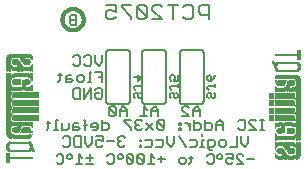
<source format=gbr>
G04 EAGLE Gerber RS-274X export*
G75*
%MOMM*%
%FSLAX34Y34*%
%LPD*%
%INSilkscreen Bottom*%
%IPPOS*%
%AMOC8*
5,1,8,0,0,1.08239X$1,22.5*%
G01*
%ADD10C,0.203200*%
%ADD11C,0.152400*%
%ADD12C,0.127000*%
%ADD13C,0.304800*%
%ADD14R,0.022863X0.462278*%
%ADD15R,0.022863X0.462281*%
%ADD16R,0.022863X0.436881*%
%ADD17R,0.023113X0.462278*%
%ADD18R,0.023113X0.462281*%
%ADD19R,0.023113X0.436881*%
%ADD20R,0.023116X0.462278*%
%ADD21R,0.023116X0.462281*%
%ADD22R,0.023116X0.436881*%
%ADD23R,0.023113X0.022863*%
%ADD24R,0.023116X0.091441*%
%ADD25R,0.023113X0.139700*%
%ADD26R,0.023116X0.185419*%
%ADD27R,0.023113X0.254000*%
%ADD28R,0.023113X0.299719*%
%ADD29R,0.023116X0.345438*%
%ADD30R,0.023113X0.391159*%
%ADD31R,0.023116X0.393700*%
%ADD32R,0.022863X0.325119*%
%ADD33R,0.022863X0.599438*%
%ADD34R,0.022863X0.622300*%
%ADD35R,0.022863X0.530859*%
%ADD36R,0.022863X0.439422*%
%ADD37R,0.022863X0.231138*%
%ADD38R,0.022863X0.071119*%
%ADD39R,0.022863X0.533400*%
%ADD40R,0.022863X0.208281*%
%ADD41R,0.023113X0.345441*%
%ADD42R,0.023113X0.576578*%
%ADD43R,0.023113X0.599438*%
%ADD44R,0.023113X0.508000*%
%ADD45R,0.023113X0.416563*%
%ADD46R,0.023113X0.208278*%
%ADD47R,0.023113X0.553722*%
%ADD48R,0.023113X0.208281*%
%ADD49R,0.023116X0.345441*%
%ADD50R,0.023116X0.530859*%
%ADD51R,0.023116X0.370841*%
%ADD52R,0.023116X0.162559*%
%ADD53R,0.023116X0.576581*%
%ADD54R,0.023116X0.208281*%
%ADD55R,0.023113X0.322578*%
%ADD56R,0.023113X0.485137*%
%ADD57R,0.023113X0.416559*%
%ADD58R,0.023113X0.347981*%
%ADD59R,0.023113X0.116838*%
%ADD60R,0.023113X0.647700*%
%ADD61R,0.023116X0.322581*%
%ADD62R,0.023116X0.485137*%
%ADD63R,0.023116X0.093978*%
%ADD64R,0.023116X0.231141*%
%ADD65R,0.023116X0.693419*%
%ADD66R,0.023113X0.322581*%
%ADD67R,0.023113X0.439419*%
%ADD68R,0.023113X0.370841*%
%ADD69R,0.023113X0.299722*%
%ADD70R,0.023113X0.045719*%
%ADD71R,0.023113X0.739138*%
%ADD72R,0.023113X0.414019*%
%ADD73R,0.023113X0.347978*%
%ADD74R,0.023113X0.762000*%
%ADD75R,0.023116X0.414019*%
%ADD76R,0.023116X0.182881*%
%ADD77R,0.023116X0.347978*%
%ADD78R,0.023116X0.276863*%
%ADD79R,0.023116X0.116841*%
%ADD80R,0.023116X0.276859*%
%ADD81R,0.023116X0.784863*%
%ADD82R,0.023113X0.325119*%
%ADD83R,0.023113X0.276863*%
%ADD84R,0.023113X0.276859*%
%ADD85R,0.023116X0.325119*%
%ADD86R,0.023116X0.391159*%
%ADD87R,0.023116X0.302259*%
%ADD88R,0.023116X0.254000*%
%ADD89R,0.023113X0.302259*%
%ADD90R,0.023113X0.393700*%
%ADD91R,0.023113X0.231141*%
%ADD92R,0.022863X0.302259*%
%ADD93R,0.022863X0.439419*%
%ADD94R,0.022863X0.368300*%
%ADD95R,0.022863X0.391159*%
%ADD96R,0.022863X0.416559*%
%ADD97R,0.022863X0.276863*%
%ADD98R,0.022863X0.205741*%
%ADD99R,0.023113X0.368300*%
%ADD100R,0.023113X0.205741*%
%ADD101R,0.023116X0.368300*%
%ADD102R,0.023116X0.205741*%
%ADD103R,0.023113X0.182881*%
%ADD104R,0.022863X0.276859*%
%ADD105R,0.022863X0.182881*%
%ADD106R,0.023113X0.924559*%
%ADD107R,0.023116X0.924559*%
%ADD108R,0.023113X0.901700*%
%ADD109R,0.023116X0.901700*%
%ADD110R,0.023113X0.878841*%
%ADD111R,0.023116X0.855981*%
%ADD112R,0.023113X0.833119*%
%ADD113R,0.022863X0.787400*%
%ADD114R,0.022863X0.414019*%
%ADD115R,0.022863X0.924559*%
%ADD116R,0.023113X0.739141*%
%ADD117R,0.023116X0.716281*%
%ADD118R,0.023116X0.299722*%
%ADD119R,0.023113X0.670559*%
%ADD120R,0.023116X0.647700*%
%ADD121R,0.023116X0.508000*%
%ADD122R,0.023116X0.299719*%
%ADD123R,0.023113X0.601981*%
%ADD124R,0.023113X0.530859*%
%ADD125R,0.023113X0.231138*%
%ADD126R,0.023113X0.556259*%
%ADD127R,0.023113X0.185419*%
%ADD128R,0.023116X0.533400*%
%ADD129R,0.023116X0.599438*%
%ADD130R,0.023116X0.416563*%
%ADD131R,0.023116X0.116838*%
%ADD132R,0.023113X0.485141*%
%ADD133R,0.023113X0.645159*%
%ADD134R,0.023113X0.716278*%
%ADD135R,0.022863X0.393700*%
%ADD136R,0.022863X0.762000*%
%ADD137R,0.022863X0.624841*%
%ADD138R,0.023113X0.784859*%
%ADD139R,0.023113X0.693422*%
%ADD140R,0.023116X0.830578*%
%ADD141R,0.023116X0.739141*%
%ADD142R,0.023113X0.876300*%
%ADD143R,0.023113X0.807722*%
%ADD144R,0.023116X0.899159*%
%ADD145R,0.023116X0.878841*%
%ADD146R,0.023113X0.922019*%
%ADD147R,0.023113X0.947419*%
%ADD148R,0.023116X0.970278*%
%ADD149R,0.023113X0.970278*%
%ADD150R,0.023116X0.439419*%
%ADD151R,0.022863X0.299722*%
%ADD152R,0.023116X0.416559*%
%ADD153R,0.023116X0.347981*%
%ADD154R,0.023113X0.137159*%
%ADD155R,0.023113X0.093978*%
%ADD156R,0.023113X0.091441*%
%ADD157R,0.023113X0.093981*%
%ADD158R,0.023113X0.114300*%
%ADD159R,0.023116X0.045719*%
%ADD160R,0.023116X0.045722*%
%ADD161R,0.023113X0.071119*%
%ADD162R,0.023113X0.116841*%
%ADD163R,0.023116X0.139700*%
%ADD164R,0.022863X0.322581*%
%ADD165R,0.022863X0.345441*%
%ADD166R,0.022863X0.162559*%
%ADD167R,0.022863X0.576581*%
%ADD168R,0.023113X0.668019*%
%ADD169R,0.023113X0.533400*%
%ADD170R,0.023116X1.455419*%
%ADD171R,0.023116X5.519419*%
%ADD172R,0.023113X1.455419*%
%ADD173R,0.023113X5.519419*%
%ADD174R,0.023116X5.494019*%
%ADD175R,0.023113X1.430019*%
%ADD176R,0.023113X5.494019*%
%ADD177R,0.023116X1.430019*%
%ADD178R,0.023116X5.471159*%
%ADD179R,0.023116X0.762000*%
%ADD180R,0.023113X1.407159*%
%ADD181R,0.023113X5.471159*%
%ADD182R,0.022863X1.384300*%
%ADD183R,0.022863X5.448300*%
%ADD184R,0.022863X0.716278*%
%ADD185R,0.022863X0.878841*%
%ADD186R,0.023113X1.361438*%
%ADD187R,0.023113X5.425438*%
%ADD188R,0.023116X1.338578*%
%ADD189R,0.023116X5.402578*%
%ADD190R,0.023116X0.624841*%
%ADD191R,0.023113X1.292859*%
%ADD192R,0.023113X5.356859*%
%ADD193R,0.023116X1.224278*%
%ADD194R,0.023116X5.288278*%


D10*
X173094Y162814D02*
X173094Y175016D01*
X166993Y175016D01*
X164960Y172983D01*
X164960Y168915D01*
X166993Y166881D01*
X173094Y166881D01*
X153896Y175016D02*
X151862Y172983D01*
X153896Y175016D02*
X157963Y175016D01*
X159997Y172983D01*
X159997Y164848D01*
X157963Y162814D01*
X153896Y162814D01*
X151862Y164848D01*
X142832Y162814D02*
X142832Y175016D01*
X138765Y175016D02*
X146900Y175016D01*
X133803Y162814D02*
X125668Y162814D01*
X133803Y162814D02*
X125668Y170949D01*
X125668Y172983D01*
X127702Y175016D01*
X131769Y175016D01*
X133803Y172983D01*
X120705Y172983D02*
X120705Y164848D01*
X120705Y172983D02*
X118672Y175016D01*
X114604Y175016D01*
X112571Y172983D01*
X112571Y164848D01*
X114604Y162814D01*
X118672Y162814D01*
X120705Y164848D01*
X112571Y172983D01*
X107608Y175016D02*
X99473Y175016D01*
X99473Y172983D01*
X107608Y164848D01*
X107608Y162814D01*
X94511Y175016D02*
X86376Y175016D01*
X94511Y175016D02*
X94511Y168915D01*
X90443Y170949D01*
X88410Y170949D01*
X86376Y168915D01*
X86376Y164848D01*
X88410Y162814D01*
X92477Y162814D01*
X94511Y164848D01*
D11*
X205986Y44453D02*
X211409Y44453D01*
X202522Y40386D02*
X197099Y40386D01*
X202522Y40386D02*
X197099Y45809D01*
X197099Y47165D01*
X198454Y48521D01*
X201166Y48521D01*
X202522Y47165D01*
X193634Y48521D02*
X188211Y48521D01*
X193634Y48521D02*
X193634Y44453D01*
X190923Y45809D01*
X189567Y45809D01*
X188211Y44453D01*
X188211Y41742D01*
X189567Y40386D01*
X192279Y40386D01*
X193634Y41742D01*
X183391Y48521D02*
X182035Y48521D01*
X180680Y47165D01*
X180680Y45809D01*
X182035Y44453D01*
X183391Y44453D01*
X184747Y45809D01*
X184747Y47165D01*
X183391Y48521D01*
X173273Y48521D02*
X171918Y47165D01*
X173273Y48521D02*
X175985Y48521D01*
X177341Y47165D01*
X177341Y41742D01*
X175985Y40386D01*
X173273Y40386D01*
X171918Y41742D01*
X158210Y41742D02*
X158210Y47165D01*
X158210Y41742D02*
X156854Y40386D01*
X156854Y45809D02*
X159566Y45809D01*
X152285Y40386D02*
X149574Y40386D01*
X148218Y41742D01*
X148218Y44453D01*
X149574Y45809D01*
X152285Y45809D01*
X153641Y44453D01*
X153641Y41742D01*
X152285Y40386D01*
X135866Y44453D02*
X130443Y44453D01*
X133155Y41742D02*
X133155Y47165D01*
X126979Y45809D02*
X124267Y48521D01*
X124267Y40386D01*
X121556Y40386D02*
X126979Y40386D01*
X118091Y41742D02*
X118091Y47165D01*
X116736Y48521D01*
X114024Y48521D01*
X112668Y47165D01*
X112668Y41742D01*
X114024Y40386D01*
X116736Y40386D01*
X118091Y41742D01*
X112668Y47165D01*
X109204Y47165D02*
X109204Y41742D01*
X109204Y47165D02*
X107848Y48521D01*
X105137Y48521D01*
X103781Y47165D01*
X103781Y41742D01*
X105137Y40386D01*
X107848Y40386D01*
X109204Y41742D01*
X103781Y47165D01*
X98961Y48521D02*
X97605Y48521D01*
X96249Y47165D01*
X96249Y45809D01*
X97605Y44453D01*
X98961Y44453D01*
X100317Y45809D01*
X100317Y47165D01*
X98961Y48521D01*
X88843Y48521D02*
X87487Y47165D01*
X88843Y48521D02*
X91555Y48521D01*
X92910Y47165D01*
X92910Y41742D01*
X91555Y40386D01*
X88843Y40386D01*
X87487Y41742D01*
X75136Y40386D02*
X69712Y40386D01*
X69712Y45809D02*
X75136Y45809D01*
X72424Y43098D02*
X72424Y48521D01*
X66248Y45809D02*
X63537Y48521D01*
X63537Y40386D01*
X66248Y40386D02*
X60825Y40386D01*
X56005Y48521D02*
X54649Y48521D01*
X53293Y47165D01*
X53293Y45809D01*
X54649Y44453D01*
X56005Y44453D01*
X57361Y45809D01*
X57361Y47165D01*
X56005Y48521D01*
X45887Y48521D02*
X44531Y47165D01*
X45887Y48521D02*
X48599Y48521D01*
X49955Y47165D01*
X49955Y41742D01*
X48599Y40386D01*
X45887Y40386D01*
X44531Y41742D01*
D12*
X206664Y58211D02*
X206664Y64143D01*
X206664Y58211D02*
X203698Y55245D01*
X200732Y58211D01*
X200732Y64143D01*
X197309Y64143D02*
X197309Y55245D01*
X191377Y55245D01*
X186470Y55245D02*
X183505Y55245D01*
X182022Y56728D01*
X182022Y59694D01*
X183505Y61177D01*
X186470Y61177D01*
X187953Y59694D01*
X187953Y56728D01*
X186470Y55245D01*
X175632Y52279D02*
X174149Y52279D01*
X172666Y53762D01*
X172666Y61177D01*
X177115Y61177D01*
X178598Y59694D01*
X178598Y56728D01*
X177115Y55245D01*
X172666Y55245D01*
X169243Y61177D02*
X167760Y61177D01*
X167760Y55245D01*
X169243Y55245D02*
X166277Y55245D01*
X167760Y64143D02*
X167760Y65626D01*
X161523Y61177D02*
X157075Y61177D01*
X161523Y61177D02*
X163006Y59694D01*
X163006Y56728D01*
X161523Y55245D01*
X157075Y55245D01*
X153651Y55245D02*
X147719Y64143D01*
X144296Y64143D02*
X144296Y58211D01*
X141330Y55245D01*
X138364Y58211D01*
X138364Y64143D01*
X133458Y61177D02*
X129009Y61177D01*
X133458Y61177D02*
X134941Y59694D01*
X134941Y56728D01*
X133458Y55245D01*
X129009Y55245D01*
X124103Y61177D02*
X119654Y61177D01*
X124103Y61177D02*
X125585Y59694D01*
X125585Y56728D01*
X124103Y55245D01*
X119654Y55245D01*
X116230Y61177D02*
X114747Y61177D01*
X114747Y59694D01*
X116230Y59694D01*
X116230Y61177D01*
X116230Y56728D02*
X114747Y56728D01*
X114747Y55245D01*
X116230Y55245D01*
X116230Y56728D01*
X102198Y62660D02*
X100715Y64143D01*
X97749Y64143D01*
X96266Y62660D01*
X96266Y61177D01*
X97749Y59694D01*
X99232Y59694D01*
X97749Y59694D02*
X96266Y58211D01*
X96266Y56728D01*
X97749Y55245D01*
X100715Y55245D01*
X102198Y56728D01*
X92842Y59694D02*
X86911Y59694D01*
X83487Y64143D02*
X77555Y64143D01*
X83487Y64143D02*
X83487Y59694D01*
X80521Y61177D01*
X79038Y61177D01*
X77555Y59694D01*
X77555Y56728D01*
X79038Y55245D01*
X82004Y55245D01*
X83487Y56728D01*
X74132Y58211D02*
X74132Y64143D01*
X74132Y58211D02*
X71166Y55245D01*
X68200Y58211D01*
X68200Y64143D01*
X64777Y64143D02*
X64777Y55245D01*
X60328Y55245D01*
X58845Y56728D01*
X58845Y62660D01*
X60328Y64143D01*
X64777Y64143D01*
X50973Y64143D02*
X49490Y62660D01*
X50973Y64143D02*
X53939Y64143D01*
X55422Y62660D01*
X55422Y56728D01*
X53939Y55245D01*
X50973Y55245D01*
X49490Y56728D01*
D11*
X103843Y80772D02*
X103843Y86534D01*
X100962Y89415D01*
X98081Y86534D01*
X98081Y80772D01*
X98081Y85094D02*
X103843Y85094D01*
X94488Y82213D02*
X94488Y87975D01*
X93047Y89415D01*
X90166Y89415D01*
X88726Y87975D01*
X88726Y82213D01*
X90166Y80772D01*
X93047Y80772D01*
X94488Y82213D01*
X88726Y87975D01*
X130513Y86534D02*
X130513Y80772D01*
X130513Y86534D02*
X127632Y89415D01*
X124751Y86534D01*
X124751Y80772D01*
X124751Y85094D02*
X130513Y85094D01*
X121158Y86534D02*
X118277Y89415D01*
X118277Y80772D01*
X121158Y80772D02*
X115396Y80772D01*
X166073Y80772D02*
X166073Y86534D01*
X163192Y89415D01*
X160311Y86534D01*
X160311Y80772D01*
X160311Y85094D02*
X166073Y85094D01*
X156718Y80772D02*
X150956Y80772D01*
X156718Y80772D02*
X150956Y86534D01*
X150956Y87975D01*
X152396Y89415D01*
X155277Y89415D01*
X156718Y87975D01*
D12*
X216951Y69215D02*
X219917Y69215D01*
X218434Y69215D02*
X218434Y78113D01*
X219917Y78113D02*
X216951Y78113D01*
X213680Y69215D02*
X207748Y69215D01*
X213680Y69215D02*
X207748Y75147D01*
X207748Y76630D01*
X209231Y78113D01*
X212197Y78113D01*
X213680Y76630D01*
X199876Y78113D02*
X198393Y76630D01*
X199876Y78113D02*
X202842Y78113D01*
X204325Y76630D01*
X204325Y70698D01*
X202842Y69215D01*
X199876Y69215D01*
X198393Y70698D01*
X185615Y69215D02*
X185615Y75147D01*
X182649Y78113D01*
X179683Y75147D01*
X179683Y69215D01*
X179683Y73664D02*
X185615Y73664D01*
X170328Y78113D02*
X170328Y69215D01*
X174777Y69215D01*
X176259Y70698D01*
X176259Y73664D01*
X174777Y75147D01*
X170328Y75147D01*
X160973Y78113D02*
X160973Y69215D01*
X165421Y69215D01*
X166904Y70698D01*
X166904Y73664D01*
X165421Y75147D01*
X160973Y75147D01*
X157549Y75147D02*
X157549Y69215D01*
X157549Y72181D02*
X154583Y75147D01*
X153100Y75147D01*
X149753Y75147D02*
X148270Y75147D01*
X148270Y73664D01*
X149753Y73664D01*
X149753Y75147D01*
X149753Y70698D02*
X148270Y70698D01*
X148270Y69215D01*
X149753Y69215D01*
X149753Y70698D01*
X135720Y70698D02*
X135720Y76630D01*
X134237Y78113D01*
X131272Y78113D01*
X129789Y76630D01*
X129789Y70698D01*
X131272Y69215D01*
X134237Y69215D01*
X135720Y70698D01*
X129789Y76630D01*
X126365Y75147D02*
X120433Y69215D01*
X126365Y69215D02*
X120433Y75147D01*
X117010Y76630D02*
X115527Y78113D01*
X112561Y78113D01*
X111078Y76630D01*
X111078Y75147D01*
X112561Y73664D01*
X114044Y73664D01*
X112561Y73664D02*
X111078Y72181D01*
X111078Y70698D01*
X112561Y69215D01*
X115527Y69215D01*
X117010Y70698D01*
X107655Y78113D02*
X101723Y78113D01*
X101723Y76630D01*
X107655Y70698D01*
X107655Y69215D01*
X83013Y69215D02*
X83013Y78113D01*
X83013Y69215D02*
X87461Y69215D01*
X88944Y70698D01*
X88944Y73664D01*
X87461Y75147D01*
X83013Y75147D01*
X78106Y69215D02*
X75140Y69215D01*
X78106Y69215D02*
X79589Y70698D01*
X79589Y73664D01*
X78106Y75147D01*
X75140Y75147D01*
X73657Y73664D01*
X73657Y72181D01*
X79589Y72181D01*
X68751Y69215D02*
X68751Y76630D01*
X67268Y78113D01*
X67268Y73664D02*
X70234Y73664D01*
X62514Y75147D02*
X59548Y75147D01*
X58065Y73664D01*
X58065Y69215D01*
X62514Y69215D01*
X63997Y70698D01*
X62514Y72181D01*
X58065Y72181D01*
X54642Y70698D02*
X54642Y75147D01*
X54642Y70698D02*
X53159Y69215D01*
X48710Y69215D01*
X48710Y75147D01*
X45287Y78113D02*
X43804Y78113D01*
X43804Y69215D01*
X45287Y69215D02*
X42321Y69215D01*
X37567Y70698D02*
X37567Y76630D01*
X37567Y70698D02*
X36084Y69215D01*
X36084Y75147D02*
X39050Y75147D01*
X77253Y103300D02*
X78736Y104783D01*
X81702Y104783D01*
X83185Y103300D01*
X83185Y97368D01*
X81702Y95885D01*
X78736Y95885D01*
X77253Y97368D01*
X77253Y100334D01*
X80219Y100334D01*
X73830Y95885D02*
X73830Y104783D01*
X67898Y95885D01*
X67898Y104783D01*
X64475Y104783D02*
X64475Y95885D01*
X60026Y95885D01*
X58543Y97368D01*
X58543Y103300D01*
X60026Y104783D01*
X64475Y104783D01*
X83185Y109855D02*
X83185Y118753D01*
X77253Y118753D01*
X80219Y114304D02*
X83185Y114304D01*
X73830Y118753D02*
X72347Y118753D01*
X72347Y109855D01*
X73830Y109855D02*
X70864Y109855D01*
X66110Y109855D02*
X63144Y109855D01*
X61661Y111338D01*
X61661Y114304D01*
X63144Y115787D01*
X66110Y115787D01*
X67593Y114304D01*
X67593Y111338D01*
X66110Y109855D01*
X56755Y115787D02*
X53789Y115787D01*
X52306Y114304D01*
X52306Y109855D01*
X56755Y109855D01*
X58238Y111338D01*
X56755Y112821D01*
X52306Y112821D01*
X47400Y111338D02*
X47400Y117270D01*
X47400Y111338D02*
X45917Y109855D01*
X45917Y115787D02*
X48883Y115787D01*
X83185Y126791D02*
X83185Y132723D01*
X83185Y126791D02*
X80219Y123825D01*
X77253Y126791D01*
X77253Y132723D01*
X69381Y132723D02*
X67898Y131240D01*
X69381Y132723D02*
X72347Y132723D01*
X73830Y131240D01*
X73830Y125308D01*
X72347Y123825D01*
X69381Y123825D01*
X67898Y125308D01*
X60026Y132723D02*
X58543Y131240D01*
X60026Y132723D02*
X62992Y132723D01*
X64475Y131240D01*
X64475Y125308D01*
X62992Y123825D01*
X60026Y123825D01*
X58543Y125308D01*
D13*
X49440Y162560D02*
X49443Y162780D01*
X49451Y163001D01*
X49464Y163221D01*
X49483Y163440D01*
X49508Y163659D01*
X49537Y163878D01*
X49572Y164095D01*
X49613Y164312D01*
X49658Y164528D01*
X49709Y164742D01*
X49765Y164955D01*
X49827Y165167D01*
X49893Y165377D01*
X49965Y165585D01*
X50042Y165792D01*
X50124Y165996D01*
X50210Y166199D01*
X50302Y166399D01*
X50399Y166598D01*
X50500Y166793D01*
X50607Y166986D01*
X50718Y167177D01*
X50833Y167364D01*
X50953Y167549D01*
X51078Y167731D01*
X51207Y167909D01*
X51341Y168085D01*
X51478Y168257D01*
X51620Y168425D01*
X51766Y168591D01*
X51916Y168752D01*
X52070Y168910D01*
X52228Y169064D01*
X52389Y169214D01*
X52555Y169360D01*
X52723Y169502D01*
X52895Y169639D01*
X53071Y169773D01*
X53249Y169902D01*
X53431Y170027D01*
X53616Y170147D01*
X53803Y170262D01*
X53994Y170373D01*
X54187Y170480D01*
X54382Y170581D01*
X54581Y170678D01*
X54781Y170770D01*
X54984Y170856D01*
X55188Y170938D01*
X55395Y171015D01*
X55603Y171087D01*
X55813Y171153D01*
X56025Y171215D01*
X56238Y171271D01*
X56452Y171322D01*
X56668Y171367D01*
X56885Y171408D01*
X57102Y171443D01*
X57321Y171472D01*
X57540Y171497D01*
X57759Y171516D01*
X57979Y171529D01*
X58200Y171537D01*
X58420Y171540D01*
X58640Y171537D01*
X58861Y171529D01*
X59081Y171516D01*
X59300Y171497D01*
X59519Y171472D01*
X59738Y171443D01*
X59955Y171408D01*
X60172Y171367D01*
X60388Y171322D01*
X60602Y171271D01*
X60815Y171215D01*
X61027Y171153D01*
X61237Y171087D01*
X61445Y171015D01*
X61652Y170938D01*
X61856Y170856D01*
X62059Y170770D01*
X62259Y170678D01*
X62458Y170581D01*
X62653Y170480D01*
X62846Y170373D01*
X63037Y170262D01*
X63224Y170147D01*
X63409Y170027D01*
X63591Y169902D01*
X63769Y169773D01*
X63945Y169639D01*
X64117Y169502D01*
X64285Y169360D01*
X64451Y169214D01*
X64612Y169064D01*
X64770Y168910D01*
X64924Y168752D01*
X65074Y168591D01*
X65220Y168425D01*
X65362Y168257D01*
X65499Y168085D01*
X65633Y167909D01*
X65762Y167731D01*
X65887Y167549D01*
X66007Y167364D01*
X66122Y167177D01*
X66233Y166986D01*
X66340Y166793D01*
X66441Y166598D01*
X66538Y166399D01*
X66630Y166199D01*
X66716Y165996D01*
X66798Y165792D01*
X66875Y165585D01*
X66947Y165377D01*
X67013Y165167D01*
X67075Y164955D01*
X67131Y164742D01*
X67182Y164528D01*
X67227Y164312D01*
X67268Y164095D01*
X67303Y163878D01*
X67332Y163659D01*
X67357Y163440D01*
X67376Y163221D01*
X67389Y163001D01*
X67397Y162780D01*
X67400Y162560D01*
X67397Y162340D01*
X67389Y162119D01*
X67376Y161899D01*
X67357Y161680D01*
X67332Y161461D01*
X67303Y161242D01*
X67268Y161025D01*
X67227Y160808D01*
X67182Y160592D01*
X67131Y160378D01*
X67075Y160165D01*
X67013Y159953D01*
X66947Y159743D01*
X66875Y159535D01*
X66798Y159328D01*
X66716Y159124D01*
X66630Y158921D01*
X66538Y158721D01*
X66441Y158522D01*
X66340Y158327D01*
X66233Y158134D01*
X66122Y157943D01*
X66007Y157756D01*
X65887Y157571D01*
X65762Y157389D01*
X65633Y157211D01*
X65499Y157035D01*
X65362Y156863D01*
X65220Y156695D01*
X65074Y156529D01*
X64924Y156368D01*
X64770Y156210D01*
X64612Y156056D01*
X64451Y155906D01*
X64285Y155760D01*
X64117Y155618D01*
X63945Y155481D01*
X63769Y155347D01*
X63591Y155218D01*
X63409Y155093D01*
X63224Y154973D01*
X63037Y154858D01*
X62846Y154747D01*
X62653Y154640D01*
X62458Y154539D01*
X62259Y154442D01*
X62059Y154350D01*
X61856Y154264D01*
X61652Y154182D01*
X61445Y154105D01*
X61237Y154033D01*
X61027Y153967D01*
X60815Y153905D01*
X60602Y153849D01*
X60388Y153798D01*
X60172Y153753D01*
X59955Y153712D01*
X59738Y153677D01*
X59519Y153648D01*
X59300Y153623D01*
X59081Y153604D01*
X58861Y153591D01*
X58640Y153583D01*
X58420Y153580D01*
X58200Y153583D01*
X57979Y153591D01*
X57759Y153604D01*
X57540Y153623D01*
X57321Y153648D01*
X57102Y153677D01*
X56885Y153712D01*
X56668Y153753D01*
X56452Y153798D01*
X56238Y153849D01*
X56025Y153905D01*
X55813Y153967D01*
X55603Y154033D01*
X55395Y154105D01*
X55188Y154182D01*
X54984Y154264D01*
X54781Y154350D01*
X54581Y154442D01*
X54382Y154539D01*
X54187Y154640D01*
X53994Y154747D01*
X53803Y154858D01*
X53616Y154973D01*
X53431Y155093D01*
X53249Y155218D01*
X53071Y155347D01*
X52895Y155481D01*
X52723Y155618D01*
X52555Y155760D01*
X52389Y155906D01*
X52228Y156056D01*
X52070Y156210D01*
X51916Y156368D01*
X51766Y156529D01*
X51620Y156695D01*
X51478Y156863D01*
X51341Y157035D01*
X51207Y157211D01*
X51078Y157389D01*
X50953Y157571D01*
X50833Y157756D01*
X50718Y157943D01*
X50607Y158134D01*
X50500Y158327D01*
X50399Y158522D01*
X50302Y158721D01*
X50210Y158921D01*
X50124Y159124D01*
X50042Y159328D01*
X49965Y159535D01*
X49893Y159743D01*
X49827Y159953D01*
X49765Y160165D01*
X49709Y160378D01*
X49658Y160592D01*
X49613Y160808D01*
X49572Y161025D01*
X49537Y161242D01*
X49508Y161461D01*
X49483Y161680D01*
X49464Y161899D01*
X49451Y162119D01*
X49443Y162340D01*
X49440Y162560D01*
D10*
X60960Y158496D02*
X60960Y166631D01*
X56893Y166631D01*
X55537Y165275D01*
X55537Y163919D01*
X56893Y162563D01*
X55537Y161208D01*
X55537Y159852D01*
X56893Y158496D01*
X60960Y158496D01*
X60960Y162563D02*
X56893Y162563D01*
D14*
X224790Y79197D03*
D15*
X224790Y85446D03*
X224790Y91669D03*
D16*
X224790Y98019D03*
D17*
X225020Y79197D03*
D18*
X225020Y85446D03*
X225020Y91669D03*
D19*
X225020Y98019D03*
D20*
X225251Y79197D03*
D21*
X225251Y85446D03*
X225251Y91669D03*
D22*
X225251Y98019D03*
D17*
X225482Y79197D03*
D18*
X225482Y85446D03*
X225482Y91669D03*
D19*
X225482Y98019D03*
D20*
X225713Y79197D03*
D21*
X225713Y85446D03*
X225713Y91669D03*
D22*
X225713Y98019D03*
D17*
X225944Y79197D03*
D18*
X225944Y85446D03*
X225944Y91669D03*
D19*
X225944Y98019D03*
D17*
X226176Y79197D03*
D18*
X226176Y85446D03*
X226176Y91669D03*
D19*
X226176Y98019D03*
D20*
X226407Y79197D03*
D21*
X226407Y85446D03*
X226407Y91669D03*
D22*
X226407Y98019D03*
D17*
X226638Y79197D03*
D18*
X226638Y85446D03*
X226638Y91669D03*
D19*
X226638Y98019D03*
D20*
X226869Y79197D03*
D21*
X226869Y85446D03*
X226869Y91669D03*
D22*
X226869Y98019D03*
D17*
X227100Y79197D03*
D18*
X227100Y85446D03*
X227100Y91669D03*
D19*
X227100Y98019D03*
D14*
X227330Y79197D03*
D15*
X227330Y85446D03*
X227330Y91669D03*
D16*
X227330Y98019D03*
D17*
X227560Y79197D03*
D18*
X227560Y85446D03*
X227560Y91669D03*
D19*
X227560Y98019D03*
D23*
X227560Y126429D03*
D20*
X227791Y79197D03*
D21*
X227791Y85446D03*
X227791Y91669D03*
D22*
X227791Y98019D03*
D24*
X227791Y126314D03*
D17*
X228022Y79197D03*
D18*
X228022Y85446D03*
X228022Y91669D03*
D19*
X228022Y98019D03*
D25*
X228022Y126073D03*
D20*
X228253Y79197D03*
D21*
X228253Y85446D03*
X228253Y91669D03*
D22*
X228253Y98019D03*
D26*
X228253Y126073D03*
D17*
X228484Y79197D03*
D18*
X228484Y85446D03*
X228484Y91669D03*
D19*
X228484Y98019D03*
D27*
X228484Y125959D03*
D17*
X228716Y79197D03*
D18*
X228716Y85446D03*
X228716Y91669D03*
D19*
X228716Y98019D03*
D28*
X228716Y125730D03*
D20*
X228947Y79197D03*
D21*
X228947Y85446D03*
X228947Y91669D03*
D22*
X228947Y98019D03*
D29*
X228947Y125730D03*
D30*
X229178Y125501D03*
D31*
X229409Y125032D03*
D17*
X229640Y124003D03*
D32*
X229870Y48031D03*
D33*
X229870Y55880D03*
D34*
X229870Y63614D03*
D35*
X229870Y72631D03*
D14*
X229870Y79197D03*
D15*
X229870Y85446D03*
X229870Y91669D03*
D16*
X229870Y98019D03*
D36*
X229870Y104254D03*
D37*
X229870Y109919D03*
D38*
X229870Y113030D03*
D39*
X229870Y123190D03*
D40*
X229870Y132436D03*
D41*
X230100Y47676D03*
D42*
X230100Y55994D03*
D43*
X230100Y63500D03*
D44*
X230100Y72746D03*
D17*
X230100Y79197D03*
D18*
X230100Y85446D03*
X230100Y91669D03*
D19*
X230100Y98019D03*
D45*
X230100Y104140D03*
D46*
X230100Y110033D03*
D25*
X230100Y113373D03*
D47*
X230100Y122606D03*
D48*
X230100Y132436D03*
D49*
X230331Y47219D03*
D50*
X230331Y56223D03*
X230331Y63157D03*
D20*
X230331Y72974D03*
X230331Y79197D03*
D21*
X230331Y85446D03*
X230331Y91669D03*
D22*
X230331Y98019D03*
D51*
X230331Y103911D03*
D52*
X230331Y110261D03*
D26*
X230331Y113602D03*
D53*
X230331Y122492D03*
D54*
X230331Y132436D03*
D55*
X230562Y46876D03*
D56*
X230562Y56452D03*
D44*
X230562Y63043D03*
D57*
X230562Y73203D03*
D17*
X230562Y79197D03*
D18*
X230562Y85446D03*
X230562Y91669D03*
D19*
X230562Y98019D03*
D58*
X230562Y103797D03*
D59*
X230562Y110490D03*
D46*
X230562Y113716D03*
D60*
X230562Y122619D03*
D48*
X230562Y132436D03*
D61*
X230793Y46647D03*
D20*
X230793Y56566D03*
D62*
X230793Y62929D03*
D31*
X230793Y73317D03*
D20*
X230793Y79197D03*
D21*
X230793Y85446D03*
X230793Y91669D03*
D22*
X230793Y98019D03*
D61*
X230793Y103670D03*
D63*
X230793Y110604D03*
D64*
X230793Y113830D03*
D65*
X230793Y122619D03*
D54*
X230793Y132436D03*
D66*
X231024Y46419D03*
D67*
X231024Y56680D03*
D17*
X231024Y62814D03*
D68*
X231024Y73431D03*
D17*
X231024Y79197D03*
D18*
X231024Y85446D03*
X231024Y91669D03*
D19*
X231024Y98019D03*
D69*
X231024Y103556D03*
D70*
X231024Y110846D03*
D27*
X231024Y113944D03*
D71*
X231024Y122619D03*
D48*
X231024Y132436D03*
D66*
X231256Y46190D03*
D72*
X231256Y56807D03*
D67*
X231256Y62700D03*
D73*
X231256Y73546D03*
D17*
X231256Y79197D03*
D18*
X231256Y85446D03*
X231256Y91669D03*
D19*
X231256Y98019D03*
D69*
X231256Y103556D03*
D27*
X231256Y113944D03*
D74*
X231256Y122504D03*
D48*
X231256Y132436D03*
D61*
X231487Y46190D03*
D64*
X231487Y51270D03*
D75*
X231487Y56807D03*
X231487Y62573D03*
D76*
X231487Y68351D03*
D77*
X231487Y73546D03*
D20*
X231487Y79197D03*
D21*
X231487Y85446D03*
X231487Y91669D03*
D22*
X231487Y98019D03*
D78*
X231487Y103442D03*
D79*
X231487Y108179D03*
D80*
X231487Y114059D03*
D81*
X231487Y122619D03*
D54*
X231487Y132436D03*
D82*
X231718Y45949D03*
D66*
X231718Y51270D03*
D30*
X231718Y56921D03*
D72*
X231718Y62573D03*
D82*
X231718Y68351D03*
X231718Y73660D03*
D17*
X231718Y79197D03*
D18*
X231718Y85446D03*
X231718Y91669D03*
D19*
X231718Y98019D03*
D83*
X231718Y103442D03*
D84*
X231718Y108293D03*
X231718Y114059D03*
D83*
X231718Y120079D03*
D84*
X231718Y125387D03*
D48*
X231718Y132436D03*
D85*
X231949Y45949D03*
D51*
X231949Y51257D03*
D86*
X231949Y56921D03*
D75*
X231949Y62573D03*
D51*
X231949Y68351D03*
D85*
X231949Y73660D03*
D20*
X231949Y79197D03*
D21*
X231949Y85446D03*
X231949Y91669D03*
D22*
X231949Y98019D03*
D78*
X231949Y103442D03*
D49*
X231949Y108407D03*
D87*
X231949Y114186D03*
D88*
X231949Y119736D03*
D64*
X231949Y125616D03*
D54*
X231949Y132436D03*
D82*
X232180Y45949D03*
D57*
X232180Y51257D03*
D30*
X232180Y56921D03*
X232180Y62459D03*
D57*
X232180Y68351D03*
D89*
X232180Y73774D03*
D17*
X232180Y79197D03*
D18*
X232180Y85446D03*
X232180Y91669D03*
D19*
X232180Y98019D03*
D83*
X232180Y103442D03*
D90*
X232180Y108649D03*
D89*
X232180Y114186D03*
D91*
X232180Y119621D03*
D48*
X232180Y125730D03*
X232180Y132436D03*
D92*
X232410Y45834D03*
D93*
X232410Y51143D03*
D94*
X232410Y57036D03*
D95*
X232410Y62459D03*
D96*
X232410Y68351D03*
D92*
X232410Y73774D03*
D14*
X232410Y79197D03*
D15*
X232410Y85446D03*
X232410Y91669D03*
D16*
X232410Y98019D03*
D97*
X232410Y103442D03*
D93*
X232410Y108649D03*
D92*
X232410Y114186D03*
D98*
X232410Y119494D03*
D40*
X232410Y125730D03*
X232410Y132436D03*
D89*
X232640Y45834D03*
D17*
X232640Y51257D03*
D99*
X232640Y57036D03*
D30*
X232640Y62459D03*
D18*
X232640Y68351D03*
D89*
X232640Y73774D03*
D17*
X232640Y79197D03*
D18*
X232640Y85446D03*
X232640Y91669D03*
D19*
X232640Y98019D03*
D83*
X232640Y103442D03*
D17*
X232640Y108763D03*
D89*
X232640Y114186D03*
D100*
X232640Y119494D03*
D48*
X232640Y125959D03*
X232640Y132436D03*
D87*
X232871Y45834D03*
D20*
X232871Y51257D03*
D101*
X232871Y57036D03*
D86*
X232871Y62459D03*
D21*
X232871Y68351D03*
D87*
X232871Y73774D03*
D20*
X232871Y79197D03*
D21*
X232871Y85446D03*
X232871Y91669D03*
D22*
X232871Y98019D03*
D78*
X232871Y103442D03*
D20*
X232871Y108763D03*
D87*
X232871Y114186D03*
D102*
X232871Y119494D03*
D54*
X232871Y125959D03*
X232871Y132436D03*
D89*
X233102Y45834D03*
D17*
X233102Y51257D03*
D99*
X233102Y57036D03*
X233102Y62344D03*
D18*
X233102Y68351D03*
D89*
X233102Y73774D03*
D17*
X233102Y79197D03*
D18*
X233102Y85446D03*
X233102Y91669D03*
D19*
X233102Y98019D03*
D83*
X233102Y103442D03*
D17*
X233102Y108763D03*
D89*
X233102Y114186D03*
D100*
X233102Y119494D03*
D48*
X233102Y125959D03*
X233102Y132436D03*
D87*
X233333Y45834D03*
D20*
X233333Y51257D03*
D101*
X233333Y57036D03*
X233333Y62344D03*
D21*
X233333Y68351D03*
D87*
X233333Y73774D03*
D20*
X233333Y79197D03*
D21*
X233333Y85446D03*
X233333Y91669D03*
D22*
X233333Y98019D03*
D78*
X233333Y103442D03*
D20*
X233333Y108763D03*
D87*
X233333Y114186D03*
D76*
X233333Y119380D03*
D54*
X233333Y125959D03*
X233333Y132436D03*
D89*
X233564Y45834D03*
D17*
X233564Y51257D03*
D99*
X233564Y57036D03*
X233564Y62344D03*
D18*
X233564Y68351D03*
D89*
X233564Y73774D03*
D17*
X233564Y79197D03*
D18*
X233564Y85446D03*
X233564Y91669D03*
D19*
X233564Y98019D03*
D83*
X233564Y103442D03*
D17*
X233564Y108763D03*
D89*
X233564Y114186D03*
D103*
X233564Y119380D03*
D48*
X233564Y125959D03*
X233564Y132436D03*
D89*
X233796Y45834D03*
D17*
X233796Y51257D03*
D99*
X233796Y57036D03*
X233796Y62344D03*
D18*
X233796Y68351D03*
D84*
X233796Y73901D03*
D17*
X233796Y79197D03*
D18*
X233796Y85446D03*
X233796Y91669D03*
D19*
X233796Y98019D03*
D83*
X233796Y103442D03*
D17*
X233796Y108763D03*
D89*
X233796Y114186D03*
D103*
X233796Y119380D03*
D48*
X233796Y125959D03*
X233796Y132436D03*
D87*
X234027Y45834D03*
D20*
X234027Y51257D03*
D101*
X234027Y57036D03*
X234027Y62344D03*
D21*
X234027Y68351D03*
D80*
X234027Y73901D03*
D20*
X234027Y79197D03*
D21*
X234027Y85446D03*
X234027Y91669D03*
D22*
X234027Y98019D03*
D78*
X234027Y103442D03*
D20*
X234027Y108763D03*
D87*
X234027Y114186D03*
D76*
X234027Y119380D03*
D54*
X234027Y125959D03*
X234027Y132436D03*
D89*
X234258Y45834D03*
D17*
X234258Y51257D03*
D99*
X234258Y57036D03*
X234258Y62344D03*
D18*
X234258Y68351D03*
D84*
X234258Y73901D03*
D17*
X234258Y79197D03*
D18*
X234258Y85446D03*
X234258Y91669D03*
D19*
X234258Y98019D03*
D83*
X234258Y103442D03*
D17*
X234258Y108763D03*
D89*
X234258Y114186D03*
D103*
X234258Y119380D03*
D48*
X234258Y125959D03*
X234258Y132436D03*
D87*
X234489Y45834D03*
D20*
X234489Y51257D03*
D101*
X234489Y57036D03*
X234489Y62344D03*
D21*
X234489Y68351D03*
D80*
X234489Y73901D03*
D20*
X234489Y79197D03*
D21*
X234489Y85446D03*
X234489Y91669D03*
D22*
X234489Y98019D03*
D78*
X234489Y103442D03*
D20*
X234489Y108763D03*
D87*
X234489Y114186D03*
D76*
X234489Y119380D03*
D54*
X234489Y125959D03*
X234489Y132436D03*
D89*
X234720Y45834D03*
D17*
X234720Y51257D03*
D99*
X234720Y57036D03*
X234720Y62344D03*
D18*
X234720Y68351D03*
D84*
X234720Y73901D03*
D17*
X234720Y79197D03*
D18*
X234720Y85446D03*
X234720Y91669D03*
D19*
X234720Y98019D03*
D83*
X234720Y103442D03*
D17*
X234720Y108763D03*
D89*
X234720Y114186D03*
D103*
X234720Y119380D03*
D48*
X234720Y125959D03*
X234720Y132436D03*
D92*
X234950Y45834D03*
D14*
X234950Y51257D03*
D94*
X234950Y57036D03*
X234950Y62344D03*
D15*
X234950Y68351D03*
D104*
X234950Y73901D03*
D14*
X234950Y79197D03*
D15*
X234950Y85446D03*
X234950Y91669D03*
D16*
X234950Y98019D03*
D97*
X234950Y103442D03*
D14*
X234950Y108763D03*
D92*
X234950Y114186D03*
D105*
X234950Y119380D03*
D40*
X234950Y125959D03*
X234950Y132436D03*
D89*
X235180Y45834D03*
D17*
X235180Y51257D03*
D99*
X235180Y57036D03*
X235180Y62344D03*
D18*
X235180Y68351D03*
D84*
X235180Y73901D03*
D17*
X235180Y79197D03*
D18*
X235180Y85446D03*
X235180Y91669D03*
D19*
X235180Y98019D03*
D83*
X235180Y103442D03*
D17*
X235180Y108763D03*
D89*
X235180Y114186D03*
D103*
X235180Y119380D03*
D48*
X235180Y125959D03*
X235180Y132436D03*
D87*
X235411Y45834D03*
D20*
X235411Y51257D03*
D101*
X235411Y57036D03*
X235411Y62344D03*
D21*
X235411Y68351D03*
D80*
X235411Y73901D03*
D20*
X235411Y79197D03*
D21*
X235411Y85446D03*
X235411Y91669D03*
D22*
X235411Y98019D03*
D78*
X235411Y103442D03*
D20*
X235411Y108763D03*
D87*
X235411Y114186D03*
D76*
X235411Y119380D03*
D54*
X235411Y125959D03*
X235411Y132436D03*
D89*
X235642Y45834D03*
D17*
X235642Y51257D03*
D99*
X235642Y57036D03*
X235642Y62344D03*
D106*
X235642Y70663D03*
D17*
X235642Y79197D03*
D18*
X235642Y85446D03*
X235642Y91669D03*
D19*
X235642Y98019D03*
D83*
X235642Y103442D03*
D17*
X235642Y108763D03*
D89*
X235642Y114186D03*
D103*
X235642Y119380D03*
D48*
X235642Y125959D03*
X235642Y132436D03*
D87*
X235873Y45834D03*
D20*
X235873Y51257D03*
D101*
X235873Y57036D03*
X235873Y62344D03*
D107*
X235873Y70663D03*
D20*
X235873Y79197D03*
D21*
X235873Y85446D03*
X235873Y91669D03*
D22*
X235873Y98019D03*
D78*
X235873Y103442D03*
D20*
X235873Y108763D03*
D87*
X235873Y114186D03*
D76*
X235873Y119380D03*
D54*
X235873Y125959D03*
X235873Y132436D03*
D89*
X236104Y45834D03*
D67*
X236104Y51143D03*
D99*
X236104Y57036D03*
X236104Y62344D03*
D106*
X236104Y70663D03*
D17*
X236104Y79197D03*
D18*
X236104Y85446D03*
X236104Y91669D03*
D19*
X236104Y98019D03*
D83*
X236104Y103442D03*
D17*
X236104Y108763D03*
D89*
X236104Y114186D03*
D103*
X236104Y119380D03*
D48*
X236104Y125959D03*
X236104Y132436D03*
D108*
X236336Y48832D03*
D99*
X236336Y57036D03*
X236336Y62344D03*
D106*
X236336Y70663D03*
D17*
X236336Y79197D03*
D18*
X236336Y85446D03*
X236336Y91669D03*
D19*
X236336Y98019D03*
D83*
X236336Y103442D03*
D17*
X236336Y108763D03*
D89*
X236336Y114186D03*
D103*
X236336Y119380D03*
D48*
X236336Y125959D03*
X236336Y132436D03*
D109*
X236567Y48832D03*
D101*
X236567Y57036D03*
X236567Y62344D03*
D107*
X236567Y70663D03*
D20*
X236567Y79197D03*
D21*
X236567Y85446D03*
X236567Y91669D03*
D22*
X236567Y98019D03*
D78*
X236567Y103442D03*
D20*
X236567Y108763D03*
D87*
X236567Y114186D03*
D76*
X236567Y119380D03*
D54*
X236567Y125959D03*
X236567Y132436D03*
D110*
X236798Y48717D03*
D30*
X236798Y56921D03*
D99*
X236798Y62344D03*
D106*
X236798Y70663D03*
D17*
X236798Y79197D03*
D18*
X236798Y85446D03*
X236798Y91669D03*
D19*
X236798Y98019D03*
D83*
X236798Y103442D03*
D17*
X236798Y108763D03*
D89*
X236798Y114186D03*
D103*
X236798Y119380D03*
D48*
X236798Y125959D03*
X236798Y132436D03*
D111*
X237029Y48603D03*
D86*
X237029Y56921D03*
D101*
X237029Y62344D03*
D107*
X237029Y70663D03*
D20*
X237029Y79197D03*
D21*
X237029Y85446D03*
X237029Y91669D03*
D22*
X237029Y98019D03*
D78*
X237029Y103442D03*
D20*
X237029Y108763D03*
D87*
X237029Y114186D03*
D76*
X237029Y119380D03*
D54*
X237029Y125959D03*
X237029Y132436D03*
D112*
X237260Y48489D03*
D72*
X237260Y56807D03*
D99*
X237260Y62344D03*
D106*
X237260Y70663D03*
D17*
X237260Y79197D03*
D18*
X237260Y85446D03*
X237260Y91669D03*
D19*
X237260Y98019D03*
D83*
X237260Y103442D03*
D67*
X237260Y108877D03*
D89*
X237260Y114186D03*
D103*
X237260Y119380D03*
D48*
X237260Y125959D03*
X237260Y132436D03*
D113*
X237490Y48260D03*
D114*
X237490Y56807D03*
D94*
X237490Y62344D03*
D115*
X237490Y70663D03*
D14*
X237490Y79197D03*
D15*
X237490Y85446D03*
X237490Y91669D03*
D16*
X237490Y98019D03*
D97*
X237490Y103442D03*
D93*
X237490Y108877D03*
D92*
X237490Y114186D03*
D105*
X237490Y119380D03*
D40*
X237490Y125959D03*
X237490Y132436D03*
D116*
X237720Y48019D03*
D67*
X237720Y56680D03*
D99*
X237720Y62344D03*
D106*
X237720Y70663D03*
D17*
X237720Y79197D03*
D18*
X237720Y85446D03*
X237720Y91669D03*
D19*
X237720Y98019D03*
D69*
X237720Y103556D03*
D57*
X237720Y108991D03*
D89*
X237720Y114186D03*
D103*
X237720Y119380D03*
D48*
X237720Y125959D03*
X237720Y132436D03*
D117*
X237951Y47904D03*
D20*
X237951Y56566D03*
D101*
X237951Y62344D03*
D107*
X237951Y70663D03*
D20*
X237951Y79197D03*
D21*
X237951Y85446D03*
X237951Y91669D03*
D22*
X237951Y98019D03*
D118*
X237951Y103556D03*
D31*
X237951Y109106D03*
D87*
X237951Y114186D03*
D76*
X237951Y119380D03*
D54*
X237951Y125959D03*
X237951Y132436D03*
D119*
X238182Y47676D03*
D56*
X238182Y56452D03*
D99*
X238182Y62344D03*
D106*
X238182Y70663D03*
D17*
X238182Y79197D03*
D18*
X238182Y85446D03*
X238182Y91669D03*
D19*
X238182Y98019D03*
D66*
X238182Y103670D03*
D73*
X238182Y109334D03*
D89*
X238182Y114186D03*
D103*
X238182Y119380D03*
D48*
X238182Y125959D03*
X238182Y132436D03*
D120*
X238413Y47562D03*
D121*
X238413Y56337D03*
D101*
X238413Y62344D03*
D80*
X238413Y73901D03*
D20*
X238413Y79197D03*
D21*
X238413Y85446D03*
X238413Y91669D03*
D22*
X238413Y98019D03*
D61*
X238413Y103670D03*
D122*
X238413Y109576D03*
D87*
X238413Y114186D03*
D76*
X238413Y119380D03*
D54*
X238413Y125959D03*
X238413Y132436D03*
D123*
X238644Y47333D03*
D124*
X238644Y56223D03*
D99*
X238644Y62344D03*
D84*
X238644Y73901D03*
D17*
X238644Y79197D03*
D18*
X238644Y85446D03*
X238644Y91669D03*
D19*
X238644Y98019D03*
D58*
X238644Y103797D03*
D125*
X238644Y109919D03*
D89*
X238644Y114186D03*
D103*
X238644Y119380D03*
D48*
X238644Y125959D03*
X238644Y132436D03*
D126*
X238876Y47104D03*
D42*
X238876Y55994D03*
D99*
X238876Y62344D03*
D84*
X238876Y73901D03*
D17*
X238876Y79197D03*
D18*
X238876Y85446D03*
X238876Y91669D03*
D19*
X238876Y98019D03*
D68*
X238876Y103911D03*
D127*
X238876Y110147D03*
D89*
X238876Y114186D03*
D103*
X238876Y119380D03*
D48*
X238876Y125959D03*
X238876Y132436D03*
D128*
X239107Y46990D03*
D129*
X239107Y55880D03*
D101*
X239107Y62344D03*
D80*
X239107Y73901D03*
D20*
X239107Y79197D03*
D21*
X239107Y85446D03*
X239107Y91669D03*
D22*
X239107Y98019D03*
D130*
X239107Y104140D03*
D131*
X239107Y110490D03*
D87*
X239107Y114186D03*
D76*
X239107Y119380D03*
D54*
X239107Y125959D03*
X239107Y132436D03*
D132*
X239338Y46749D03*
D133*
X239338Y55651D03*
D99*
X239338Y62344D03*
D84*
X239338Y73901D03*
D17*
X239338Y79197D03*
D18*
X239338Y85446D03*
X239338Y91669D03*
D19*
X239338Y98019D03*
D18*
X239338Y104369D03*
D70*
X239338Y110846D03*
D89*
X239338Y114186D03*
D103*
X239338Y119380D03*
D48*
X239338Y125959D03*
X239338Y132436D03*
D21*
X239569Y46634D03*
D65*
X239569Y55410D03*
D101*
X239569Y62344D03*
D80*
X239569Y73901D03*
D20*
X239569Y79197D03*
D21*
X239569Y85446D03*
X239569Y91669D03*
D22*
X239569Y98019D03*
D121*
X239569Y104597D03*
D87*
X239569Y114186D03*
D76*
X239569Y119380D03*
D54*
X239569Y125959D03*
X239569Y132436D03*
D57*
X239800Y46406D03*
D134*
X239800Y55296D03*
D99*
X239800Y62344D03*
D84*
X239800Y73901D03*
D17*
X239800Y79197D03*
D18*
X239800Y85446D03*
X239800Y91669D03*
D19*
X239800Y98019D03*
D47*
X239800Y104826D03*
D89*
X239800Y114186D03*
D103*
X239800Y119380D03*
D48*
X239800Y125959D03*
X239800Y132436D03*
D135*
X240030Y46292D03*
D136*
X240030Y55067D03*
D94*
X240030Y62344D03*
D15*
X240030Y68351D03*
D104*
X240030Y73901D03*
D14*
X240030Y79197D03*
D15*
X240030Y85446D03*
X240030Y91669D03*
D16*
X240030Y98019D03*
D137*
X240030Y105181D03*
D92*
X240030Y114186D03*
D105*
X240030Y119380D03*
D40*
X240030Y125959D03*
X240030Y132436D03*
D68*
X240260Y46177D03*
D138*
X240260Y54953D03*
D99*
X240260Y62344D03*
D18*
X240260Y68351D03*
D84*
X240260Y73901D03*
D17*
X240260Y79197D03*
D18*
X240260Y85446D03*
X240260Y91669D03*
D19*
X240260Y98019D03*
D139*
X240260Y105524D03*
D89*
X240260Y114186D03*
D103*
X240260Y119380D03*
D48*
X240260Y125959D03*
X240260Y132436D03*
D51*
X240491Y46177D03*
D140*
X240491Y54724D03*
D101*
X240491Y62344D03*
D21*
X240491Y68351D03*
D80*
X240491Y73901D03*
D20*
X240491Y79197D03*
D21*
X240491Y85446D03*
X240491Y91669D03*
D22*
X240491Y98019D03*
D141*
X240491Y105753D03*
D87*
X240491Y114186D03*
D76*
X240491Y119380D03*
D54*
X240491Y125959D03*
X240491Y132436D03*
D58*
X240722Y46063D03*
D142*
X240722Y54496D03*
D99*
X240722Y62344D03*
D18*
X240722Y68351D03*
D84*
X240722Y73901D03*
D17*
X240722Y79197D03*
D18*
X240722Y85446D03*
X240722Y91669D03*
D19*
X240722Y98019D03*
D143*
X240722Y106096D03*
D89*
X240722Y114186D03*
D103*
X240722Y119380D03*
D48*
X240722Y125959D03*
X240722Y132436D03*
D85*
X240953Y45949D03*
D144*
X240953Y54381D03*
D101*
X240953Y62344D03*
D21*
X240953Y68351D03*
D80*
X240953Y73901D03*
D20*
X240953Y79197D03*
D21*
X240953Y85446D03*
X240953Y91669D03*
D22*
X240953Y98019D03*
D145*
X240953Y106451D03*
D87*
X240953Y114186D03*
D76*
X240953Y119380D03*
D54*
X240953Y125959D03*
X240953Y132436D03*
D82*
X241184Y45949D03*
D146*
X241184Y54267D03*
D99*
X241184Y62344D03*
D18*
X241184Y68351D03*
D84*
X241184Y73901D03*
D17*
X241184Y79197D03*
D18*
X241184Y85446D03*
X241184Y91669D03*
D19*
X241184Y98019D03*
D108*
X241184Y106566D03*
D89*
X241184Y114186D03*
D103*
X241184Y119380D03*
D48*
X241184Y125959D03*
X241184Y132436D03*
D82*
X241416Y45949D03*
D147*
X241416Y54140D03*
D99*
X241416Y62344D03*
D18*
X241416Y68351D03*
D84*
X241416Y73901D03*
D17*
X241416Y79197D03*
D18*
X241416Y85446D03*
X241416Y91669D03*
D19*
X241416Y98019D03*
D108*
X241416Y106566D03*
D89*
X241416Y114186D03*
D103*
X241416Y119380D03*
D48*
X241416Y125959D03*
X241416Y132436D03*
D87*
X241647Y45834D03*
D148*
X241647Y54026D03*
D101*
X241647Y62344D03*
D21*
X241647Y68351D03*
D80*
X241647Y73901D03*
D20*
X241647Y79197D03*
D21*
X241647Y85446D03*
X241647Y91669D03*
D22*
X241647Y98019D03*
D109*
X241647Y106566D03*
D87*
X241647Y114186D03*
D76*
X241647Y119380D03*
D54*
X241647Y125959D03*
X241647Y132436D03*
D89*
X241878Y45834D03*
D149*
X241878Y54026D03*
D99*
X241878Y62344D03*
D18*
X241878Y68351D03*
D84*
X241878Y73901D03*
D17*
X241878Y79197D03*
D18*
X241878Y85446D03*
X241878Y91669D03*
D19*
X241878Y98019D03*
D108*
X241878Y106566D03*
D89*
X241878Y114186D03*
D103*
X241878Y119380D03*
D48*
X241878Y125959D03*
X241878Y132436D03*
D87*
X242109Y45834D03*
D20*
X242109Y51257D03*
D101*
X242109Y57036D03*
X242109Y62344D03*
D21*
X242109Y68351D03*
D80*
X242109Y73901D03*
D20*
X242109Y79197D03*
D21*
X242109Y85446D03*
X242109Y91669D03*
D22*
X242109Y98019D03*
D109*
X242109Y106566D03*
D87*
X242109Y114186D03*
D76*
X242109Y119380D03*
D54*
X242109Y125959D03*
X242109Y132436D03*
D89*
X242340Y45834D03*
D17*
X242340Y51257D03*
D99*
X242340Y57036D03*
X242340Y62344D03*
D18*
X242340Y68351D03*
D84*
X242340Y73901D03*
D17*
X242340Y79197D03*
D18*
X242340Y85446D03*
X242340Y91669D03*
D19*
X242340Y98019D03*
D83*
X242340Y103442D03*
D67*
X242340Y108877D03*
D89*
X242340Y114186D03*
D103*
X242340Y119380D03*
D48*
X242340Y125959D03*
X242340Y132436D03*
D92*
X242570Y45834D03*
D14*
X242570Y51257D03*
D94*
X242570Y57036D03*
X242570Y62344D03*
D15*
X242570Y68351D03*
D104*
X242570Y73901D03*
D14*
X242570Y79197D03*
D15*
X242570Y85446D03*
X242570Y91669D03*
D16*
X242570Y98019D03*
D97*
X242570Y103442D03*
D93*
X242570Y108877D03*
D92*
X242570Y114186D03*
D105*
X242570Y119380D03*
D40*
X242570Y125959D03*
X242570Y132436D03*
D89*
X242800Y45834D03*
D17*
X242800Y51257D03*
D99*
X242800Y57036D03*
X242800Y62344D03*
D18*
X242800Y68351D03*
D84*
X242800Y73901D03*
D17*
X242800Y79197D03*
D18*
X242800Y85446D03*
X242800Y91669D03*
D19*
X242800Y98019D03*
D83*
X242800Y103442D03*
D67*
X242800Y108877D03*
D89*
X242800Y114186D03*
D103*
X242800Y119380D03*
D48*
X242800Y125959D03*
X242800Y132436D03*
D87*
X243031Y45834D03*
D20*
X243031Y51257D03*
D101*
X243031Y57036D03*
X243031Y62344D03*
D21*
X243031Y68351D03*
D80*
X243031Y73901D03*
D20*
X243031Y79197D03*
D21*
X243031Y85446D03*
X243031Y91669D03*
D22*
X243031Y98019D03*
D78*
X243031Y103442D03*
D150*
X243031Y108877D03*
D87*
X243031Y114186D03*
D76*
X243031Y119380D03*
D54*
X243031Y125959D03*
X243031Y132436D03*
D89*
X243262Y45834D03*
D17*
X243262Y51257D03*
D99*
X243262Y57036D03*
X243262Y62344D03*
D18*
X243262Y68351D03*
D84*
X243262Y73901D03*
D17*
X243262Y79197D03*
D18*
X243262Y85446D03*
X243262Y91669D03*
D19*
X243262Y98019D03*
D83*
X243262Y103442D03*
D67*
X243262Y108877D03*
D89*
X243262Y114186D03*
D103*
X243262Y119380D03*
D48*
X243262Y125959D03*
X243262Y132436D03*
D87*
X243493Y45834D03*
D20*
X243493Y51257D03*
D101*
X243493Y57036D03*
X243493Y62344D03*
D21*
X243493Y68351D03*
D80*
X243493Y73901D03*
D20*
X243493Y79197D03*
D21*
X243493Y85446D03*
X243493Y91669D03*
D22*
X243493Y98019D03*
D78*
X243493Y103442D03*
D150*
X243493Y108877D03*
D87*
X243493Y114186D03*
D76*
X243493Y119380D03*
D54*
X243493Y125959D03*
X243493Y132436D03*
D89*
X243724Y45834D03*
D17*
X243724Y51257D03*
D99*
X243724Y57036D03*
X243724Y62344D03*
D18*
X243724Y68351D03*
D84*
X243724Y73901D03*
D17*
X243724Y79197D03*
D18*
X243724Y85446D03*
X243724Y91669D03*
D19*
X243724Y98019D03*
D83*
X243724Y103442D03*
D67*
X243724Y108877D03*
D89*
X243724Y114186D03*
D103*
X243724Y119380D03*
D48*
X243724Y125959D03*
X243724Y132436D03*
D89*
X243956Y45834D03*
D17*
X243956Y51257D03*
D99*
X243956Y57036D03*
X243956Y62344D03*
D18*
X243956Y68351D03*
D84*
X243956Y73901D03*
D17*
X243956Y79197D03*
D18*
X243956Y85446D03*
X243956Y91669D03*
D19*
X243956Y98019D03*
D83*
X243956Y103442D03*
D67*
X243956Y108877D03*
D89*
X243956Y114186D03*
D103*
X243956Y119380D03*
D48*
X243956Y125959D03*
X243956Y132436D03*
D87*
X244187Y45834D03*
D20*
X244187Y51257D03*
D101*
X244187Y57036D03*
X244187Y62344D03*
D21*
X244187Y68351D03*
D80*
X244187Y73901D03*
D20*
X244187Y79197D03*
D21*
X244187Y85446D03*
X244187Y91669D03*
D22*
X244187Y98019D03*
D78*
X244187Y103442D03*
D150*
X244187Y108877D03*
D87*
X244187Y114186D03*
D76*
X244187Y119380D03*
D54*
X244187Y125959D03*
X244187Y132436D03*
D89*
X244418Y45834D03*
D17*
X244418Y51257D03*
D99*
X244418Y57036D03*
X244418Y62344D03*
D18*
X244418Y68351D03*
D89*
X244418Y73774D03*
D17*
X244418Y79197D03*
D18*
X244418Y85446D03*
X244418Y91669D03*
D19*
X244418Y98019D03*
D83*
X244418Y103442D03*
D67*
X244418Y108877D03*
D89*
X244418Y114186D03*
D103*
X244418Y119380D03*
D48*
X244418Y125959D03*
X244418Y132436D03*
D87*
X244649Y45834D03*
D20*
X244649Y51257D03*
D101*
X244649Y57036D03*
X244649Y62344D03*
D21*
X244649Y68351D03*
D87*
X244649Y73774D03*
D20*
X244649Y79197D03*
D21*
X244649Y85446D03*
X244649Y91669D03*
D22*
X244649Y98019D03*
D78*
X244649Y103442D03*
D150*
X244649Y108877D03*
D87*
X244649Y114186D03*
D76*
X244649Y119380D03*
D54*
X244649Y125959D03*
X244649Y132436D03*
D89*
X244880Y45834D03*
D17*
X244880Y51257D03*
D99*
X244880Y57036D03*
X244880Y62344D03*
D18*
X244880Y68351D03*
D89*
X244880Y73774D03*
D17*
X244880Y79197D03*
D18*
X244880Y85446D03*
X244880Y91669D03*
D19*
X244880Y98019D03*
D69*
X244880Y103556D03*
D67*
X244880Y108877D03*
D89*
X244880Y114186D03*
D103*
X244880Y119380D03*
D48*
X244880Y125959D03*
X244880Y132436D03*
D92*
X245110Y45834D03*
D14*
X245110Y51257D03*
D94*
X245110Y57036D03*
D95*
X245110Y62459D03*
D15*
X245110Y68351D03*
D92*
X245110Y73774D03*
D14*
X245110Y79197D03*
D15*
X245110Y85446D03*
X245110Y91669D03*
D16*
X245110Y98019D03*
D151*
X245110Y103556D03*
D93*
X245110Y108877D03*
D92*
X245110Y114186D03*
D105*
X245110Y119380D03*
D40*
X245110Y125959D03*
X245110Y132436D03*
D89*
X245340Y45834D03*
D67*
X245340Y51143D03*
D99*
X245340Y57036D03*
D30*
X245340Y62459D03*
D67*
X245340Y68237D03*
D89*
X245340Y73774D03*
D17*
X245340Y79197D03*
D18*
X245340Y85446D03*
X245340Y91669D03*
D19*
X245340Y98019D03*
D69*
X245340Y103556D03*
D57*
X245340Y108763D03*
D89*
X245340Y114186D03*
D103*
X245340Y119380D03*
D48*
X245340Y125959D03*
X245340Y132436D03*
D87*
X245571Y45834D03*
D152*
X245571Y51257D03*
D86*
X245571Y56921D03*
X245571Y62459D03*
D152*
X245571Y68351D03*
D87*
X245571Y73774D03*
D150*
X245571Y79312D03*
X245571Y85560D03*
X245571Y91783D03*
D75*
X245571Y98133D03*
D118*
X245571Y103556D03*
D152*
X245571Y108763D03*
D85*
X245571Y114071D03*
D76*
X245571Y119380D03*
D54*
X245571Y125959D03*
X245571Y132436D03*
D82*
X245802Y45949D03*
D57*
X245802Y51257D03*
D30*
X245802Y56921D03*
X245802Y62459D03*
D57*
X245802Y68351D03*
D89*
X245802Y73774D03*
D99*
X245802Y79439D03*
X245802Y85662D03*
D68*
X245802Y91897D03*
D30*
X245802Y98247D03*
D66*
X245802Y103442D03*
D68*
X245802Y108763D03*
D82*
X245802Y114071D03*
D103*
X245802Y119380D03*
D48*
X245802Y125959D03*
X245802Y132436D03*
D85*
X246033Y45949D03*
D51*
X246033Y51257D03*
D86*
X246033Y56921D03*
D75*
X246033Y62573D03*
D51*
X246033Y68351D03*
D85*
X246033Y73660D03*
D61*
X246033Y79667D03*
D49*
X246033Y85776D03*
D61*
X246033Y92139D03*
X246033Y98362D03*
D49*
X246033Y103556D03*
D153*
X246033Y108877D03*
D85*
X246033Y114071D03*
D76*
X246033Y119380D03*
D54*
X246033Y125959D03*
X246033Y132436D03*
D82*
X246264Y45949D03*
D66*
X246264Y51270D03*
D72*
X246264Y56807D03*
X246264Y62573D03*
D84*
X246264Y68339D03*
D82*
X246264Y73660D03*
D91*
X246264Y79667D03*
X246264Y85890D03*
D27*
X246264Y92253D03*
X246264Y98476D03*
D41*
X246264Y103556D03*
D84*
X246264Y108750D03*
D58*
X246264Y113957D03*
D103*
X246264Y119380D03*
D48*
X246264Y125959D03*
X246264Y132436D03*
D58*
X246496Y46063D03*
D127*
X246496Y51270D03*
D100*
X246496Y55766D03*
D91*
X246496Y63741D03*
D154*
X246496Y68351D03*
D73*
X246496Y73546D03*
D155*
X246496Y79896D03*
D156*
X246496Y85903D03*
D157*
X246496Y92367D03*
D156*
X246496Y98603D03*
D68*
X246496Y103683D03*
D158*
X246496Y108877D03*
D58*
X246496Y113957D03*
D103*
X246496Y119380D03*
D48*
X246496Y125959D03*
X246496Y132436D03*
D51*
X246727Y46177D03*
D64*
X246727Y55639D03*
X246727Y63741D03*
D77*
X246727Y73546D03*
D159*
X246727Y77114D03*
D160*
X246727Y83134D03*
X246727Y89357D03*
D159*
X246727Y95606D03*
D31*
X246727Y103569D03*
D51*
X246727Y113843D03*
D76*
X246727Y119380D03*
D54*
X246727Y125959D03*
X246727Y132436D03*
D68*
X246958Y46177D03*
D91*
X246958Y55639D03*
D27*
X246958Y63856D03*
D68*
X246958Y73431D03*
D161*
X246958Y77241D03*
D156*
X246958Y83134D03*
X246958Y89357D03*
D162*
X246958Y95707D03*
D57*
X246958Y103683D03*
D68*
X246958Y113843D03*
D103*
X246958Y119380D03*
D48*
X246958Y125959D03*
X246958Y132436D03*
D31*
X247189Y46292D03*
D88*
X247189Y55524D03*
D80*
X247189Y63970D03*
D31*
X247189Y73317D03*
D63*
X247189Y77356D03*
D52*
X247189Y83236D03*
D163*
X247189Y89599D03*
X247189Y95822D03*
D20*
X247189Y103683D03*
D31*
X247189Y113729D03*
D76*
X247189Y119380D03*
D54*
X247189Y125959D03*
X247189Y132436D03*
D57*
X247420Y46406D03*
D84*
X247420Y55410D03*
D69*
X247420Y64084D03*
D57*
X247420Y73203D03*
D25*
X247420Y77584D03*
D46*
X247420Y83236D03*
D127*
X247420Y89599D03*
X247420Y95822D03*
D44*
X247420Y103683D03*
D67*
X247420Y113500D03*
D103*
X247420Y119380D03*
D48*
X247420Y125959D03*
X247420Y132436D03*
D15*
X247650Y46634D03*
D164*
X247650Y55182D03*
D165*
X247650Y64313D03*
D14*
X247650Y72974D03*
D166*
X247650Y77699D03*
D104*
X247650Y83350D03*
D97*
X247650Y89599D03*
X247650Y95822D03*
D167*
X247650Y103797D03*
D15*
X247650Y113386D03*
D98*
X247650Y119494D03*
D40*
X247650Y125959D03*
X247650Y132436D03*
D44*
X247880Y46863D03*
D99*
X247880Y54953D03*
D30*
X247880Y64541D03*
D124*
X247880Y72631D03*
D125*
X247880Y78042D03*
D68*
X247880Y83363D03*
D99*
X247880Y89599D03*
D90*
X247880Y95949D03*
D168*
X247880Y103797D03*
D169*
X247880Y113030D03*
D100*
X247880Y119494D03*
D48*
X247880Y125959D03*
X247880Y132436D03*
D170*
X248111Y51600D03*
D171*
X248111Y88100D03*
D102*
X248111Y119494D03*
D54*
X248111Y125959D03*
X248111Y132436D03*
D172*
X248342Y51600D03*
D173*
X248342Y88100D03*
D100*
X248342Y119494D03*
D48*
X248342Y125959D03*
X248342Y132436D03*
D170*
X248573Y51600D03*
D171*
X248573Y88100D03*
D102*
X248573Y119494D03*
D64*
X248573Y125844D03*
D54*
X248573Y132436D03*
D172*
X248804Y51600D03*
D173*
X248804Y88100D03*
D91*
X248804Y119621D03*
X248804Y125844D03*
D48*
X248804Y132436D03*
D172*
X249036Y51600D03*
D173*
X249036Y88100D03*
D27*
X249036Y119736D03*
D91*
X249036Y125616D03*
D48*
X249036Y132436D03*
D170*
X249267Y51600D03*
D174*
X249267Y87973D03*
D78*
X249267Y120079D03*
D80*
X249267Y125387D03*
D145*
X249267Y132537D03*
D175*
X249498Y51727D03*
D176*
X249498Y87973D03*
D143*
X249498Y122733D03*
D110*
X249498Y132537D03*
D177*
X249729Y51727D03*
D178*
X249729Y87859D03*
D179*
X249729Y122733D03*
D145*
X249729Y132537D03*
D180*
X249960Y51841D03*
D181*
X249960Y87859D03*
D74*
X249960Y122733D03*
D110*
X249960Y132537D03*
D182*
X250190Y51956D03*
D183*
X250190Y87744D03*
D184*
X250190Y122733D03*
D185*
X250190Y132537D03*
D186*
X250420Y52070D03*
D187*
X250420Y87630D03*
D119*
X250420Y122733D03*
D110*
X250420Y132537D03*
D188*
X250651Y52184D03*
D189*
X250651Y87516D03*
D190*
X250651Y122733D03*
D145*
X250651Y132537D03*
D191*
X250882Y52413D03*
D192*
X250882Y87287D03*
D47*
X250882Y122606D03*
D110*
X250882Y132537D03*
D193*
X251113Y52756D03*
D194*
X251113Y86944D03*
D150*
X251113Y122720D03*
D145*
X251113Y132537D03*
D14*
X29210Y98603D03*
D15*
X29210Y92354D03*
X29210Y86131D03*
D16*
X29210Y79781D03*
D17*
X28980Y98603D03*
D18*
X28980Y92354D03*
X28980Y86131D03*
D19*
X28980Y79781D03*
D20*
X28749Y98603D03*
D21*
X28749Y92354D03*
X28749Y86131D03*
D22*
X28749Y79781D03*
D17*
X28518Y98603D03*
D18*
X28518Y92354D03*
X28518Y86131D03*
D19*
X28518Y79781D03*
D20*
X28287Y98603D03*
D21*
X28287Y92354D03*
X28287Y86131D03*
D22*
X28287Y79781D03*
D17*
X28056Y98603D03*
D18*
X28056Y92354D03*
X28056Y86131D03*
D19*
X28056Y79781D03*
D17*
X27824Y98603D03*
D18*
X27824Y92354D03*
X27824Y86131D03*
D19*
X27824Y79781D03*
D20*
X27593Y98603D03*
D21*
X27593Y92354D03*
X27593Y86131D03*
D22*
X27593Y79781D03*
D17*
X27362Y98603D03*
D18*
X27362Y92354D03*
X27362Y86131D03*
D19*
X27362Y79781D03*
D20*
X27131Y98603D03*
D21*
X27131Y92354D03*
X27131Y86131D03*
D22*
X27131Y79781D03*
D17*
X26900Y98603D03*
D18*
X26900Y92354D03*
X26900Y86131D03*
D19*
X26900Y79781D03*
D14*
X26670Y98603D03*
D15*
X26670Y92354D03*
X26670Y86131D03*
D16*
X26670Y79781D03*
D17*
X26440Y98603D03*
D18*
X26440Y92354D03*
X26440Y86131D03*
D19*
X26440Y79781D03*
D23*
X26440Y51372D03*
D20*
X26209Y98603D03*
D21*
X26209Y92354D03*
X26209Y86131D03*
D22*
X26209Y79781D03*
D24*
X26209Y51486D03*
D17*
X25978Y98603D03*
D18*
X25978Y92354D03*
X25978Y86131D03*
D19*
X25978Y79781D03*
D25*
X25978Y51727D03*
D20*
X25747Y98603D03*
D21*
X25747Y92354D03*
X25747Y86131D03*
D22*
X25747Y79781D03*
D26*
X25747Y51727D03*
D17*
X25516Y98603D03*
D18*
X25516Y92354D03*
X25516Y86131D03*
D19*
X25516Y79781D03*
D27*
X25516Y51841D03*
D17*
X25284Y98603D03*
D18*
X25284Y92354D03*
X25284Y86131D03*
D19*
X25284Y79781D03*
D28*
X25284Y52070D03*
D20*
X25053Y98603D03*
D21*
X25053Y92354D03*
X25053Y86131D03*
D22*
X25053Y79781D03*
D29*
X25053Y52070D03*
D30*
X24822Y52299D03*
D31*
X24591Y52769D03*
D17*
X24360Y53797D03*
D32*
X24130Y129769D03*
D33*
X24130Y121920D03*
D34*
X24130Y114186D03*
D35*
X24130Y105169D03*
D14*
X24130Y98603D03*
D15*
X24130Y92354D03*
X24130Y86131D03*
D16*
X24130Y79781D03*
D36*
X24130Y73546D03*
D37*
X24130Y67882D03*
D38*
X24130Y64770D03*
D39*
X24130Y54610D03*
D40*
X24130Y45364D03*
D41*
X23900Y130124D03*
D42*
X23900Y121806D03*
D43*
X23900Y114300D03*
D44*
X23900Y105054D03*
D17*
X23900Y98603D03*
D18*
X23900Y92354D03*
X23900Y86131D03*
D19*
X23900Y79781D03*
D45*
X23900Y73660D03*
D46*
X23900Y67767D03*
D25*
X23900Y64427D03*
D47*
X23900Y55194D03*
D48*
X23900Y45364D03*
D49*
X23669Y130581D03*
D50*
X23669Y121577D03*
X23669Y114643D03*
D20*
X23669Y104826D03*
X23669Y98603D03*
D21*
X23669Y92354D03*
X23669Y86131D03*
D22*
X23669Y79781D03*
D51*
X23669Y73889D03*
D52*
X23669Y67539D03*
D26*
X23669Y64199D03*
D53*
X23669Y55309D03*
D54*
X23669Y45364D03*
D55*
X23438Y130924D03*
D56*
X23438Y121349D03*
D44*
X23438Y114757D03*
D57*
X23438Y104597D03*
D17*
X23438Y98603D03*
D18*
X23438Y92354D03*
X23438Y86131D03*
D19*
X23438Y79781D03*
D58*
X23438Y74003D03*
D59*
X23438Y67310D03*
D46*
X23438Y64084D03*
D60*
X23438Y55182D03*
D48*
X23438Y45364D03*
D61*
X23207Y131153D03*
D20*
X23207Y121234D03*
D62*
X23207Y114872D03*
D31*
X23207Y104483D03*
D20*
X23207Y98603D03*
D21*
X23207Y92354D03*
X23207Y86131D03*
D22*
X23207Y79781D03*
D61*
X23207Y74130D03*
D63*
X23207Y67196D03*
D64*
X23207Y63970D03*
D65*
X23207Y55182D03*
D54*
X23207Y45364D03*
D66*
X22976Y131382D03*
D67*
X22976Y121120D03*
D17*
X22976Y114986D03*
D68*
X22976Y104369D03*
D17*
X22976Y98603D03*
D18*
X22976Y92354D03*
X22976Y86131D03*
D19*
X22976Y79781D03*
D69*
X22976Y74244D03*
D70*
X22976Y66954D03*
D27*
X22976Y63856D03*
D71*
X22976Y55182D03*
D48*
X22976Y45364D03*
D66*
X22744Y131610D03*
D72*
X22744Y120993D03*
D67*
X22744Y115100D03*
D73*
X22744Y104254D03*
D17*
X22744Y98603D03*
D18*
X22744Y92354D03*
X22744Y86131D03*
D19*
X22744Y79781D03*
D69*
X22744Y74244D03*
D27*
X22744Y63856D03*
D74*
X22744Y55296D03*
D48*
X22744Y45364D03*
D61*
X22513Y131610D03*
D64*
X22513Y126530D03*
D75*
X22513Y120993D03*
X22513Y115227D03*
D76*
X22513Y109449D03*
D77*
X22513Y104254D03*
D20*
X22513Y98603D03*
D21*
X22513Y92354D03*
X22513Y86131D03*
D22*
X22513Y79781D03*
D78*
X22513Y74359D03*
D79*
X22513Y69621D03*
D80*
X22513Y63741D03*
D81*
X22513Y55182D03*
D54*
X22513Y45364D03*
D82*
X22282Y131851D03*
D66*
X22282Y126530D03*
D30*
X22282Y120879D03*
D72*
X22282Y115227D03*
D82*
X22282Y109449D03*
X22282Y104140D03*
D17*
X22282Y98603D03*
D18*
X22282Y92354D03*
X22282Y86131D03*
D19*
X22282Y79781D03*
D83*
X22282Y74359D03*
D84*
X22282Y69507D03*
X22282Y63741D03*
D83*
X22282Y57722D03*
D84*
X22282Y52413D03*
D48*
X22282Y45364D03*
D85*
X22051Y131851D03*
D51*
X22051Y126543D03*
D86*
X22051Y120879D03*
D75*
X22051Y115227D03*
D51*
X22051Y109449D03*
D85*
X22051Y104140D03*
D20*
X22051Y98603D03*
D21*
X22051Y92354D03*
X22051Y86131D03*
D22*
X22051Y79781D03*
D78*
X22051Y74359D03*
D49*
X22051Y69393D03*
D87*
X22051Y63614D03*
D88*
X22051Y58064D03*
D64*
X22051Y52184D03*
D54*
X22051Y45364D03*
D82*
X21820Y131851D03*
D57*
X21820Y126543D03*
D30*
X21820Y120879D03*
X21820Y115341D03*
D57*
X21820Y109449D03*
D89*
X21820Y104026D03*
D17*
X21820Y98603D03*
D18*
X21820Y92354D03*
X21820Y86131D03*
D19*
X21820Y79781D03*
D83*
X21820Y74359D03*
D90*
X21820Y69152D03*
D89*
X21820Y63614D03*
D91*
X21820Y58179D03*
D48*
X21820Y52070D03*
X21820Y45364D03*
D92*
X21590Y131966D03*
D93*
X21590Y126657D03*
D94*
X21590Y120764D03*
D95*
X21590Y115341D03*
D96*
X21590Y109449D03*
D92*
X21590Y104026D03*
D14*
X21590Y98603D03*
D15*
X21590Y92354D03*
X21590Y86131D03*
D16*
X21590Y79781D03*
D97*
X21590Y74359D03*
D93*
X21590Y69152D03*
D92*
X21590Y63614D03*
D98*
X21590Y58306D03*
D40*
X21590Y52070D03*
X21590Y45364D03*
D89*
X21360Y131966D03*
D17*
X21360Y126543D03*
D99*
X21360Y120764D03*
D30*
X21360Y115341D03*
D18*
X21360Y109449D03*
D89*
X21360Y104026D03*
D17*
X21360Y98603D03*
D18*
X21360Y92354D03*
X21360Y86131D03*
D19*
X21360Y79781D03*
D83*
X21360Y74359D03*
D17*
X21360Y69037D03*
D89*
X21360Y63614D03*
D100*
X21360Y58306D03*
D48*
X21360Y51841D03*
X21360Y45364D03*
D87*
X21129Y131966D03*
D20*
X21129Y126543D03*
D101*
X21129Y120764D03*
D86*
X21129Y115341D03*
D21*
X21129Y109449D03*
D87*
X21129Y104026D03*
D20*
X21129Y98603D03*
D21*
X21129Y92354D03*
X21129Y86131D03*
D22*
X21129Y79781D03*
D78*
X21129Y74359D03*
D20*
X21129Y69037D03*
D87*
X21129Y63614D03*
D102*
X21129Y58306D03*
D54*
X21129Y51841D03*
X21129Y45364D03*
D89*
X20898Y131966D03*
D17*
X20898Y126543D03*
D99*
X20898Y120764D03*
X20898Y115456D03*
D18*
X20898Y109449D03*
D89*
X20898Y104026D03*
D17*
X20898Y98603D03*
D18*
X20898Y92354D03*
X20898Y86131D03*
D19*
X20898Y79781D03*
D83*
X20898Y74359D03*
D17*
X20898Y69037D03*
D89*
X20898Y63614D03*
D100*
X20898Y58306D03*
D48*
X20898Y51841D03*
X20898Y45364D03*
D87*
X20667Y131966D03*
D20*
X20667Y126543D03*
D101*
X20667Y120764D03*
X20667Y115456D03*
D21*
X20667Y109449D03*
D87*
X20667Y104026D03*
D20*
X20667Y98603D03*
D21*
X20667Y92354D03*
X20667Y86131D03*
D22*
X20667Y79781D03*
D78*
X20667Y74359D03*
D20*
X20667Y69037D03*
D87*
X20667Y63614D03*
D76*
X20667Y58420D03*
D54*
X20667Y51841D03*
X20667Y45364D03*
D89*
X20436Y131966D03*
D17*
X20436Y126543D03*
D99*
X20436Y120764D03*
X20436Y115456D03*
D18*
X20436Y109449D03*
D89*
X20436Y104026D03*
D17*
X20436Y98603D03*
D18*
X20436Y92354D03*
X20436Y86131D03*
D19*
X20436Y79781D03*
D83*
X20436Y74359D03*
D17*
X20436Y69037D03*
D89*
X20436Y63614D03*
D103*
X20436Y58420D03*
D48*
X20436Y51841D03*
X20436Y45364D03*
D89*
X20204Y131966D03*
D17*
X20204Y126543D03*
D99*
X20204Y120764D03*
X20204Y115456D03*
D18*
X20204Y109449D03*
D84*
X20204Y103899D03*
D17*
X20204Y98603D03*
D18*
X20204Y92354D03*
X20204Y86131D03*
D19*
X20204Y79781D03*
D83*
X20204Y74359D03*
D17*
X20204Y69037D03*
D89*
X20204Y63614D03*
D103*
X20204Y58420D03*
D48*
X20204Y51841D03*
X20204Y45364D03*
D87*
X19973Y131966D03*
D20*
X19973Y126543D03*
D101*
X19973Y120764D03*
X19973Y115456D03*
D21*
X19973Y109449D03*
D80*
X19973Y103899D03*
D20*
X19973Y98603D03*
D21*
X19973Y92354D03*
X19973Y86131D03*
D22*
X19973Y79781D03*
D78*
X19973Y74359D03*
D20*
X19973Y69037D03*
D87*
X19973Y63614D03*
D76*
X19973Y58420D03*
D54*
X19973Y51841D03*
X19973Y45364D03*
D89*
X19742Y131966D03*
D17*
X19742Y126543D03*
D99*
X19742Y120764D03*
X19742Y115456D03*
D18*
X19742Y109449D03*
D84*
X19742Y103899D03*
D17*
X19742Y98603D03*
D18*
X19742Y92354D03*
X19742Y86131D03*
D19*
X19742Y79781D03*
D83*
X19742Y74359D03*
D17*
X19742Y69037D03*
D89*
X19742Y63614D03*
D103*
X19742Y58420D03*
D48*
X19742Y51841D03*
X19742Y45364D03*
D87*
X19511Y131966D03*
D20*
X19511Y126543D03*
D101*
X19511Y120764D03*
X19511Y115456D03*
D21*
X19511Y109449D03*
D80*
X19511Y103899D03*
D20*
X19511Y98603D03*
D21*
X19511Y92354D03*
X19511Y86131D03*
D22*
X19511Y79781D03*
D78*
X19511Y74359D03*
D20*
X19511Y69037D03*
D87*
X19511Y63614D03*
D76*
X19511Y58420D03*
D54*
X19511Y51841D03*
X19511Y45364D03*
D89*
X19280Y131966D03*
D17*
X19280Y126543D03*
D99*
X19280Y120764D03*
X19280Y115456D03*
D18*
X19280Y109449D03*
D84*
X19280Y103899D03*
D17*
X19280Y98603D03*
D18*
X19280Y92354D03*
X19280Y86131D03*
D19*
X19280Y79781D03*
D83*
X19280Y74359D03*
D17*
X19280Y69037D03*
D89*
X19280Y63614D03*
D103*
X19280Y58420D03*
D48*
X19280Y51841D03*
X19280Y45364D03*
D92*
X19050Y131966D03*
D14*
X19050Y126543D03*
D94*
X19050Y120764D03*
X19050Y115456D03*
D15*
X19050Y109449D03*
D104*
X19050Y103899D03*
D14*
X19050Y98603D03*
D15*
X19050Y92354D03*
X19050Y86131D03*
D16*
X19050Y79781D03*
D97*
X19050Y74359D03*
D14*
X19050Y69037D03*
D92*
X19050Y63614D03*
D105*
X19050Y58420D03*
D40*
X19050Y51841D03*
X19050Y45364D03*
D89*
X18820Y131966D03*
D17*
X18820Y126543D03*
D99*
X18820Y120764D03*
X18820Y115456D03*
D18*
X18820Y109449D03*
D84*
X18820Y103899D03*
D17*
X18820Y98603D03*
D18*
X18820Y92354D03*
X18820Y86131D03*
D19*
X18820Y79781D03*
D83*
X18820Y74359D03*
D17*
X18820Y69037D03*
D89*
X18820Y63614D03*
D103*
X18820Y58420D03*
D48*
X18820Y51841D03*
X18820Y45364D03*
D87*
X18589Y131966D03*
D20*
X18589Y126543D03*
D101*
X18589Y120764D03*
X18589Y115456D03*
D21*
X18589Y109449D03*
D80*
X18589Y103899D03*
D20*
X18589Y98603D03*
D21*
X18589Y92354D03*
X18589Y86131D03*
D22*
X18589Y79781D03*
D78*
X18589Y74359D03*
D20*
X18589Y69037D03*
D87*
X18589Y63614D03*
D76*
X18589Y58420D03*
D54*
X18589Y51841D03*
X18589Y45364D03*
D89*
X18358Y131966D03*
D17*
X18358Y126543D03*
D99*
X18358Y120764D03*
X18358Y115456D03*
D106*
X18358Y107137D03*
D17*
X18358Y98603D03*
D18*
X18358Y92354D03*
X18358Y86131D03*
D19*
X18358Y79781D03*
D83*
X18358Y74359D03*
D17*
X18358Y69037D03*
D89*
X18358Y63614D03*
D103*
X18358Y58420D03*
D48*
X18358Y51841D03*
X18358Y45364D03*
D87*
X18127Y131966D03*
D20*
X18127Y126543D03*
D101*
X18127Y120764D03*
X18127Y115456D03*
D107*
X18127Y107137D03*
D20*
X18127Y98603D03*
D21*
X18127Y92354D03*
X18127Y86131D03*
D22*
X18127Y79781D03*
D78*
X18127Y74359D03*
D20*
X18127Y69037D03*
D87*
X18127Y63614D03*
D76*
X18127Y58420D03*
D54*
X18127Y51841D03*
X18127Y45364D03*
D89*
X17896Y131966D03*
D67*
X17896Y126657D03*
D99*
X17896Y120764D03*
X17896Y115456D03*
D106*
X17896Y107137D03*
D17*
X17896Y98603D03*
D18*
X17896Y92354D03*
X17896Y86131D03*
D19*
X17896Y79781D03*
D83*
X17896Y74359D03*
D17*
X17896Y69037D03*
D89*
X17896Y63614D03*
D103*
X17896Y58420D03*
D48*
X17896Y51841D03*
X17896Y45364D03*
D108*
X17664Y128969D03*
D99*
X17664Y120764D03*
X17664Y115456D03*
D106*
X17664Y107137D03*
D17*
X17664Y98603D03*
D18*
X17664Y92354D03*
X17664Y86131D03*
D19*
X17664Y79781D03*
D83*
X17664Y74359D03*
D17*
X17664Y69037D03*
D89*
X17664Y63614D03*
D103*
X17664Y58420D03*
D48*
X17664Y51841D03*
X17664Y45364D03*
D109*
X17433Y128969D03*
D101*
X17433Y120764D03*
X17433Y115456D03*
D107*
X17433Y107137D03*
D20*
X17433Y98603D03*
D21*
X17433Y92354D03*
X17433Y86131D03*
D22*
X17433Y79781D03*
D78*
X17433Y74359D03*
D20*
X17433Y69037D03*
D87*
X17433Y63614D03*
D76*
X17433Y58420D03*
D54*
X17433Y51841D03*
X17433Y45364D03*
D110*
X17202Y129083D03*
D30*
X17202Y120879D03*
D99*
X17202Y115456D03*
D106*
X17202Y107137D03*
D17*
X17202Y98603D03*
D18*
X17202Y92354D03*
X17202Y86131D03*
D19*
X17202Y79781D03*
D83*
X17202Y74359D03*
D17*
X17202Y69037D03*
D89*
X17202Y63614D03*
D103*
X17202Y58420D03*
D48*
X17202Y51841D03*
X17202Y45364D03*
D111*
X16971Y129197D03*
D86*
X16971Y120879D03*
D101*
X16971Y115456D03*
D107*
X16971Y107137D03*
D20*
X16971Y98603D03*
D21*
X16971Y92354D03*
X16971Y86131D03*
D22*
X16971Y79781D03*
D78*
X16971Y74359D03*
D20*
X16971Y69037D03*
D87*
X16971Y63614D03*
D76*
X16971Y58420D03*
D54*
X16971Y51841D03*
X16971Y45364D03*
D112*
X16740Y129311D03*
D72*
X16740Y120993D03*
D99*
X16740Y115456D03*
D106*
X16740Y107137D03*
D17*
X16740Y98603D03*
D18*
X16740Y92354D03*
X16740Y86131D03*
D19*
X16740Y79781D03*
D83*
X16740Y74359D03*
D67*
X16740Y68923D03*
D89*
X16740Y63614D03*
D103*
X16740Y58420D03*
D48*
X16740Y51841D03*
X16740Y45364D03*
D113*
X16510Y129540D03*
D114*
X16510Y120993D03*
D94*
X16510Y115456D03*
D115*
X16510Y107137D03*
D14*
X16510Y98603D03*
D15*
X16510Y92354D03*
X16510Y86131D03*
D16*
X16510Y79781D03*
D97*
X16510Y74359D03*
D93*
X16510Y68923D03*
D92*
X16510Y63614D03*
D105*
X16510Y58420D03*
D40*
X16510Y51841D03*
X16510Y45364D03*
D116*
X16280Y129781D03*
D67*
X16280Y121120D03*
D99*
X16280Y115456D03*
D106*
X16280Y107137D03*
D17*
X16280Y98603D03*
D18*
X16280Y92354D03*
X16280Y86131D03*
D19*
X16280Y79781D03*
D69*
X16280Y74244D03*
D57*
X16280Y68809D03*
D89*
X16280Y63614D03*
D103*
X16280Y58420D03*
D48*
X16280Y51841D03*
X16280Y45364D03*
D117*
X16049Y129896D03*
D20*
X16049Y121234D03*
D101*
X16049Y115456D03*
D107*
X16049Y107137D03*
D20*
X16049Y98603D03*
D21*
X16049Y92354D03*
X16049Y86131D03*
D22*
X16049Y79781D03*
D118*
X16049Y74244D03*
D31*
X16049Y68694D03*
D87*
X16049Y63614D03*
D76*
X16049Y58420D03*
D54*
X16049Y51841D03*
X16049Y45364D03*
D119*
X15818Y130124D03*
D56*
X15818Y121349D03*
D99*
X15818Y115456D03*
D106*
X15818Y107137D03*
D17*
X15818Y98603D03*
D18*
X15818Y92354D03*
X15818Y86131D03*
D19*
X15818Y79781D03*
D66*
X15818Y74130D03*
D73*
X15818Y68466D03*
D89*
X15818Y63614D03*
D103*
X15818Y58420D03*
D48*
X15818Y51841D03*
X15818Y45364D03*
D120*
X15587Y130239D03*
D121*
X15587Y121463D03*
D101*
X15587Y115456D03*
D80*
X15587Y103899D03*
D20*
X15587Y98603D03*
D21*
X15587Y92354D03*
X15587Y86131D03*
D22*
X15587Y79781D03*
D61*
X15587Y74130D03*
D122*
X15587Y68224D03*
D87*
X15587Y63614D03*
D76*
X15587Y58420D03*
D54*
X15587Y51841D03*
X15587Y45364D03*
D123*
X15356Y130467D03*
D124*
X15356Y121577D03*
D99*
X15356Y115456D03*
D84*
X15356Y103899D03*
D17*
X15356Y98603D03*
D18*
X15356Y92354D03*
X15356Y86131D03*
D19*
X15356Y79781D03*
D58*
X15356Y74003D03*
D125*
X15356Y67882D03*
D89*
X15356Y63614D03*
D103*
X15356Y58420D03*
D48*
X15356Y51841D03*
X15356Y45364D03*
D126*
X15124Y130696D03*
D42*
X15124Y121806D03*
D99*
X15124Y115456D03*
D84*
X15124Y103899D03*
D17*
X15124Y98603D03*
D18*
X15124Y92354D03*
X15124Y86131D03*
D19*
X15124Y79781D03*
D68*
X15124Y73889D03*
D127*
X15124Y67653D03*
D89*
X15124Y63614D03*
D103*
X15124Y58420D03*
D48*
X15124Y51841D03*
X15124Y45364D03*
D128*
X14893Y130810D03*
D129*
X14893Y121920D03*
D101*
X14893Y115456D03*
D80*
X14893Y103899D03*
D20*
X14893Y98603D03*
D21*
X14893Y92354D03*
X14893Y86131D03*
D22*
X14893Y79781D03*
D130*
X14893Y73660D03*
D131*
X14893Y67310D03*
D87*
X14893Y63614D03*
D76*
X14893Y58420D03*
D54*
X14893Y51841D03*
X14893Y45364D03*
D132*
X14662Y131051D03*
D133*
X14662Y122149D03*
D99*
X14662Y115456D03*
D84*
X14662Y103899D03*
D17*
X14662Y98603D03*
D18*
X14662Y92354D03*
X14662Y86131D03*
D19*
X14662Y79781D03*
D18*
X14662Y73431D03*
D70*
X14662Y66954D03*
D89*
X14662Y63614D03*
D103*
X14662Y58420D03*
D48*
X14662Y51841D03*
X14662Y45364D03*
D21*
X14431Y131166D03*
D65*
X14431Y122390D03*
D101*
X14431Y115456D03*
D80*
X14431Y103899D03*
D20*
X14431Y98603D03*
D21*
X14431Y92354D03*
X14431Y86131D03*
D22*
X14431Y79781D03*
D121*
X14431Y73203D03*
D87*
X14431Y63614D03*
D76*
X14431Y58420D03*
D54*
X14431Y51841D03*
X14431Y45364D03*
D57*
X14200Y131394D03*
D134*
X14200Y122504D03*
D99*
X14200Y115456D03*
D84*
X14200Y103899D03*
D17*
X14200Y98603D03*
D18*
X14200Y92354D03*
X14200Y86131D03*
D19*
X14200Y79781D03*
D47*
X14200Y72974D03*
D89*
X14200Y63614D03*
D103*
X14200Y58420D03*
D48*
X14200Y51841D03*
X14200Y45364D03*
D135*
X13970Y131509D03*
D136*
X13970Y122733D03*
D94*
X13970Y115456D03*
D15*
X13970Y109449D03*
D104*
X13970Y103899D03*
D14*
X13970Y98603D03*
D15*
X13970Y92354D03*
X13970Y86131D03*
D16*
X13970Y79781D03*
D137*
X13970Y72619D03*
D92*
X13970Y63614D03*
D105*
X13970Y58420D03*
D40*
X13970Y51841D03*
X13970Y45364D03*
D68*
X13740Y131623D03*
D138*
X13740Y122847D03*
D99*
X13740Y115456D03*
D18*
X13740Y109449D03*
D84*
X13740Y103899D03*
D17*
X13740Y98603D03*
D18*
X13740Y92354D03*
X13740Y86131D03*
D19*
X13740Y79781D03*
D139*
X13740Y72276D03*
D89*
X13740Y63614D03*
D103*
X13740Y58420D03*
D48*
X13740Y51841D03*
X13740Y45364D03*
D51*
X13509Y131623D03*
D140*
X13509Y123076D03*
D101*
X13509Y115456D03*
D21*
X13509Y109449D03*
D80*
X13509Y103899D03*
D20*
X13509Y98603D03*
D21*
X13509Y92354D03*
X13509Y86131D03*
D22*
X13509Y79781D03*
D141*
X13509Y72047D03*
D87*
X13509Y63614D03*
D76*
X13509Y58420D03*
D54*
X13509Y51841D03*
X13509Y45364D03*
D58*
X13278Y131737D03*
D142*
X13278Y123304D03*
D99*
X13278Y115456D03*
D18*
X13278Y109449D03*
D84*
X13278Y103899D03*
D17*
X13278Y98603D03*
D18*
X13278Y92354D03*
X13278Y86131D03*
D19*
X13278Y79781D03*
D143*
X13278Y71704D03*
D89*
X13278Y63614D03*
D103*
X13278Y58420D03*
D48*
X13278Y51841D03*
X13278Y45364D03*
D85*
X13047Y131851D03*
D144*
X13047Y123419D03*
D101*
X13047Y115456D03*
D21*
X13047Y109449D03*
D80*
X13047Y103899D03*
D20*
X13047Y98603D03*
D21*
X13047Y92354D03*
X13047Y86131D03*
D22*
X13047Y79781D03*
D145*
X13047Y71349D03*
D87*
X13047Y63614D03*
D76*
X13047Y58420D03*
D54*
X13047Y51841D03*
X13047Y45364D03*
D82*
X12816Y131851D03*
D146*
X12816Y123533D03*
D99*
X12816Y115456D03*
D18*
X12816Y109449D03*
D84*
X12816Y103899D03*
D17*
X12816Y98603D03*
D18*
X12816Y92354D03*
X12816Y86131D03*
D19*
X12816Y79781D03*
D108*
X12816Y71234D03*
D89*
X12816Y63614D03*
D103*
X12816Y58420D03*
D48*
X12816Y51841D03*
X12816Y45364D03*
D82*
X12584Y131851D03*
D147*
X12584Y123660D03*
D99*
X12584Y115456D03*
D18*
X12584Y109449D03*
D84*
X12584Y103899D03*
D17*
X12584Y98603D03*
D18*
X12584Y92354D03*
X12584Y86131D03*
D19*
X12584Y79781D03*
D108*
X12584Y71234D03*
D89*
X12584Y63614D03*
D103*
X12584Y58420D03*
D48*
X12584Y51841D03*
X12584Y45364D03*
D87*
X12353Y131966D03*
D148*
X12353Y123774D03*
D101*
X12353Y115456D03*
D21*
X12353Y109449D03*
D80*
X12353Y103899D03*
D20*
X12353Y98603D03*
D21*
X12353Y92354D03*
X12353Y86131D03*
D22*
X12353Y79781D03*
D109*
X12353Y71234D03*
D87*
X12353Y63614D03*
D76*
X12353Y58420D03*
D54*
X12353Y51841D03*
X12353Y45364D03*
D89*
X12122Y131966D03*
D149*
X12122Y123774D03*
D99*
X12122Y115456D03*
D18*
X12122Y109449D03*
D84*
X12122Y103899D03*
D17*
X12122Y98603D03*
D18*
X12122Y92354D03*
X12122Y86131D03*
D19*
X12122Y79781D03*
D108*
X12122Y71234D03*
D89*
X12122Y63614D03*
D103*
X12122Y58420D03*
D48*
X12122Y51841D03*
X12122Y45364D03*
D87*
X11891Y131966D03*
D20*
X11891Y126543D03*
D101*
X11891Y120764D03*
X11891Y115456D03*
D21*
X11891Y109449D03*
D80*
X11891Y103899D03*
D20*
X11891Y98603D03*
D21*
X11891Y92354D03*
X11891Y86131D03*
D22*
X11891Y79781D03*
D109*
X11891Y71234D03*
D87*
X11891Y63614D03*
D76*
X11891Y58420D03*
D54*
X11891Y51841D03*
X11891Y45364D03*
D89*
X11660Y131966D03*
D17*
X11660Y126543D03*
D99*
X11660Y120764D03*
X11660Y115456D03*
D18*
X11660Y109449D03*
D84*
X11660Y103899D03*
D17*
X11660Y98603D03*
D18*
X11660Y92354D03*
X11660Y86131D03*
D19*
X11660Y79781D03*
D83*
X11660Y74359D03*
D67*
X11660Y68923D03*
D89*
X11660Y63614D03*
D103*
X11660Y58420D03*
D48*
X11660Y51841D03*
X11660Y45364D03*
D92*
X11430Y131966D03*
D14*
X11430Y126543D03*
D94*
X11430Y120764D03*
X11430Y115456D03*
D15*
X11430Y109449D03*
D104*
X11430Y103899D03*
D14*
X11430Y98603D03*
D15*
X11430Y92354D03*
X11430Y86131D03*
D16*
X11430Y79781D03*
D97*
X11430Y74359D03*
D93*
X11430Y68923D03*
D92*
X11430Y63614D03*
D105*
X11430Y58420D03*
D40*
X11430Y51841D03*
X11430Y45364D03*
D89*
X11200Y131966D03*
D17*
X11200Y126543D03*
D99*
X11200Y120764D03*
X11200Y115456D03*
D18*
X11200Y109449D03*
D84*
X11200Y103899D03*
D17*
X11200Y98603D03*
D18*
X11200Y92354D03*
X11200Y86131D03*
D19*
X11200Y79781D03*
D83*
X11200Y74359D03*
D67*
X11200Y68923D03*
D89*
X11200Y63614D03*
D103*
X11200Y58420D03*
D48*
X11200Y51841D03*
X11200Y45364D03*
D87*
X10969Y131966D03*
D20*
X10969Y126543D03*
D101*
X10969Y120764D03*
X10969Y115456D03*
D21*
X10969Y109449D03*
D80*
X10969Y103899D03*
D20*
X10969Y98603D03*
D21*
X10969Y92354D03*
X10969Y86131D03*
D22*
X10969Y79781D03*
D78*
X10969Y74359D03*
D150*
X10969Y68923D03*
D87*
X10969Y63614D03*
D76*
X10969Y58420D03*
D54*
X10969Y51841D03*
X10969Y45364D03*
D89*
X10738Y131966D03*
D17*
X10738Y126543D03*
D99*
X10738Y120764D03*
X10738Y115456D03*
D18*
X10738Y109449D03*
D84*
X10738Y103899D03*
D17*
X10738Y98603D03*
D18*
X10738Y92354D03*
X10738Y86131D03*
D19*
X10738Y79781D03*
D83*
X10738Y74359D03*
D67*
X10738Y68923D03*
D89*
X10738Y63614D03*
D103*
X10738Y58420D03*
D48*
X10738Y51841D03*
X10738Y45364D03*
D87*
X10507Y131966D03*
D20*
X10507Y126543D03*
D101*
X10507Y120764D03*
X10507Y115456D03*
D21*
X10507Y109449D03*
D80*
X10507Y103899D03*
D20*
X10507Y98603D03*
D21*
X10507Y92354D03*
X10507Y86131D03*
D22*
X10507Y79781D03*
D78*
X10507Y74359D03*
D150*
X10507Y68923D03*
D87*
X10507Y63614D03*
D76*
X10507Y58420D03*
D54*
X10507Y51841D03*
X10507Y45364D03*
D89*
X10276Y131966D03*
D17*
X10276Y126543D03*
D99*
X10276Y120764D03*
X10276Y115456D03*
D18*
X10276Y109449D03*
D84*
X10276Y103899D03*
D17*
X10276Y98603D03*
D18*
X10276Y92354D03*
X10276Y86131D03*
D19*
X10276Y79781D03*
D83*
X10276Y74359D03*
D67*
X10276Y68923D03*
D89*
X10276Y63614D03*
D103*
X10276Y58420D03*
D48*
X10276Y51841D03*
X10276Y45364D03*
D89*
X10044Y131966D03*
D17*
X10044Y126543D03*
D99*
X10044Y120764D03*
X10044Y115456D03*
D18*
X10044Y109449D03*
D84*
X10044Y103899D03*
D17*
X10044Y98603D03*
D18*
X10044Y92354D03*
X10044Y86131D03*
D19*
X10044Y79781D03*
D83*
X10044Y74359D03*
D67*
X10044Y68923D03*
D89*
X10044Y63614D03*
D103*
X10044Y58420D03*
D48*
X10044Y51841D03*
X10044Y45364D03*
D87*
X9813Y131966D03*
D20*
X9813Y126543D03*
D101*
X9813Y120764D03*
X9813Y115456D03*
D21*
X9813Y109449D03*
D80*
X9813Y103899D03*
D20*
X9813Y98603D03*
D21*
X9813Y92354D03*
X9813Y86131D03*
D22*
X9813Y79781D03*
D78*
X9813Y74359D03*
D150*
X9813Y68923D03*
D87*
X9813Y63614D03*
D76*
X9813Y58420D03*
D54*
X9813Y51841D03*
X9813Y45364D03*
D89*
X9582Y131966D03*
D17*
X9582Y126543D03*
D99*
X9582Y120764D03*
X9582Y115456D03*
D18*
X9582Y109449D03*
D89*
X9582Y104026D03*
D17*
X9582Y98603D03*
D18*
X9582Y92354D03*
X9582Y86131D03*
D19*
X9582Y79781D03*
D83*
X9582Y74359D03*
D67*
X9582Y68923D03*
D89*
X9582Y63614D03*
D103*
X9582Y58420D03*
D48*
X9582Y51841D03*
X9582Y45364D03*
D87*
X9351Y131966D03*
D20*
X9351Y126543D03*
D101*
X9351Y120764D03*
X9351Y115456D03*
D21*
X9351Y109449D03*
D87*
X9351Y104026D03*
D20*
X9351Y98603D03*
D21*
X9351Y92354D03*
X9351Y86131D03*
D22*
X9351Y79781D03*
D78*
X9351Y74359D03*
D150*
X9351Y68923D03*
D87*
X9351Y63614D03*
D76*
X9351Y58420D03*
D54*
X9351Y51841D03*
X9351Y45364D03*
D89*
X9120Y131966D03*
D17*
X9120Y126543D03*
D99*
X9120Y120764D03*
X9120Y115456D03*
D18*
X9120Y109449D03*
D89*
X9120Y104026D03*
D17*
X9120Y98603D03*
D18*
X9120Y92354D03*
X9120Y86131D03*
D19*
X9120Y79781D03*
D69*
X9120Y74244D03*
D67*
X9120Y68923D03*
D89*
X9120Y63614D03*
D103*
X9120Y58420D03*
D48*
X9120Y51841D03*
X9120Y45364D03*
D92*
X8890Y131966D03*
D14*
X8890Y126543D03*
D94*
X8890Y120764D03*
D95*
X8890Y115341D03*
D15*
X8890Y109449D03*
D92*
X8890Y104026D03*
D14*
X8890Y98603D03*
D15*
X8890Y92354D03*
X8890Y86131D03*
D16*
X8890Y79781D03*
D151*
X8890Y74244D03*
D93*
X8890Y68923D03*
D92*
X8890Y63614D03*
D105*
X8890Y58420D03*
D40*
X8890Y51841D03*
X8890Y45364D03*
D89*
X8660Y131966D03*
D67*
X8660Y126657D03*
D99*
X8660Y120764D03*
D30*
X8660Y115341D03*
D67*
X8660Y109563D03*
D89*
X8660Y104026D03*
D17*
X8660Y98603D03*
D18*
X8660Y92354D03*
X8660Y86131D03*
D19*
X8660Y79781D03*
D69*
X8660Y74244D03*
D57*
X8660Y69037D03*
D89*
X8660Y63614D03*
D103*
X8660Y58420D03*
D48*
X8660Y51841D03*
X8660Y45364D03*
D87*
X8429Y131966D03*
D152*
X8429Y126543D03*
D86*
X8429Y120879D03*
X8429Y115341D03*
D152*
X8429Y109449D03*
D87*
X8429Y104026D03*
D150*
X8429Y98489D03*
X8429Y92240D03*
X8429Y86017D03*
D75*
X8429Y79667D03*
D118*
X8429Y74244D03*
D152*
X8429Y69037D03*
D85*
X8429Y63729D03*
D76*
X8429Y58420D03*
D54*
X8429Y51841D03*
X8429Y45364D03*
D82*
X8198Y131851D03*
D57*
X8198Y126543D03*
D30*
X8198Y120879D03*
X8198Y115341D03*
D57*
X8198Y109449D03*
D89*
X8198Y104026D03*
D99*
X8198Y98362D03*
X8198Y92139D03*
D68*
X8198Y85903D03*
D30*
X8198Y79553D03*
D66*
X8198Y74359D03*
D68*
X8198Y69037D03*
D82*
X8198Y63729D03*
D103*
X8198Y58420D03*
D48*
X8198Y51841D03*
X8198Y45364D03*
D85*
X7967Y131851D03*
D51*
X7967Y126543D03*
D86*
X7967Y120879D03*
D75*
X7967Y115227D03*
D51*
X7967Y109449D03*
D85*
X7967Y104140D03*
D61*
X7967Y98133D03*
D49*
X7967Y92024D03*
D61*
X7967Y85662D03*
X7967Y79439D03*
D49*
X7967Y74244D03*
D153*
X7967Y68923D03*
D85*
X7967Y63729D03*
D76*
X7967Y58420D03*
D54*
X7967Y51841D03*
X7967Y45364D03*
D82*
X7736Y131851D03*
D66*
X7736Y126530D03*
D72*
X7736Y120993D03*
X7736Y115227D03*
D84*
X7736Y109461D03*
D82*
X7736Y104140D03*
D91*
X7736Y98133D03*
X7736Y91910D03*
D27*
X7736Y85547D03*
X7736Y79324D03*
D41*
X7736Y74244D03*
D84*
X7736Y69050D03*
D58*
X7736Y63843D03*
D103*
X7736Y58420D03*
D48*
X7736Y51841D03*
X7736Y45364D03*
D58*
X7504Y131737D03*
D127*
X7504Y126530D03*
D100*
X7504Y122034D03*
D91*
X7504Y114059D03*
D154*
X7504Y109449D03*
D73*
X7504Y104254D03*
D155*
X7504Y97904D03*
D156*
X7504Y91897D03*
D157*
X7504Y85433D03*
D156*
X7504Y79197D03*
D68*
X7504Y74117D03*
D158*
X7504Y68923D03*
D58*
X7504Y63843D03*
D103*
X7504Y58420D03*
D48*
X7504Y51841D03*
X7504Y45364D03*
D51*
X7273Y131623D03*
D64*
X7273Y122161D03*
X7273Y114059D03*
D77*
X7273Y104254D03*
D159*
X7273Y100686D03*
D160*
X7273Y94666D03*
X7273Y88443D03*
D159*
X7273Y82194D03*
D31*
X7273Y74232D03*
D51*
X7273Y63957D03*
D76*
X7273Y58420D03*
D54*
X7273Y51841D03*
X7273Y45364D03*
D68*
X7042Y131623D03*
D91*
X7042Y122161D03*
D27*
X7042Y113944D03*
D68*
X7042Y104369D03*
D161*
X7042Y100559D03*
D156*
X7042Y94666D03*
X7042Y88443D03*
D162*
X7042Y82093D03*
D57*
X7042Y74117D03*
D68*
X7042Y63957D03*
D103*
X7042Y58420D03*
D48*
X7042Y51841D03*
X7042Y45364D03*
D31*
X6811Y131509D03*
D88*
X6811Y122276D03*
D80*
X6811Y113830D03*
D31*
X6811Y104483D03*
D63*
X6811Y100444D03*
D52*
X6811Y94564D03*
D163*
X6811Y88202D03*
X6811Y81979D03*
D20*
X6811Y74117D03*
D31*
X6811Y64072D03*
D76*
X6811Y58420D03*
D54*
X6811Y51841D03*
X6811Y45364D03*
D57*
X6580Y131394D03*
D84*
X6580Y122390D03*
D69*
X6580Y113716D03*
D57*
X6580Y104597D03*
D25*
X6580Y100216D03*
D46*
X6580Y94564D03*
D127*
X6580Y88202D03*
X6580Y81979D03*
D44*
X6580Y74117D03*
D67*
X6580Y64300D03*
D103*
X6580Y58420D03*
D48*
X6580Y51841D03*
X6580Y45364D03*
D15*
X6350Y131166D03*
D164*
X6350Y122619D03*
D165*
X6350Y113487D03*
D14*
X6350Y104826D03*
D166*
X6350Y100101D03*
D104*
X6350Y94450D03*
D97*
X6350Y88202D03*
X6350Y81979D03*
D167*
X6350Y74003D03*
D15*
X6350Y64414D03*
D98*
X6350Y58306D03*
D40*
X6350Y51841D03*
X6350Y45364D03*
D44*
X6120Y130937D03*
D99*
X6120Y122847D03*
D30*
X6120Y113259D03*
D124*
X6120Y105169D03*
D125*
X6120Y99759D03*
D68*
X6120Y94437D03*
D99*
X6120Y88202D03*
D90*
X6120Y81852D03*
D168*
X6120Y74003D03*
D169*
X6120Y64770D03*
D100*
X6120Y58306D03*
D48*
X6120Y51841D03*
X6120Y45364D03*
D170*
X5889Y126200D03*
D171*
X5889Y89700D03*
D102*
X5889Y58306D03*
D54*
X5889Y51841D03*
X5889Y45364D03*
D172*
X5658Y126200D03*
D173*
X5658Y89700D03*
D100*
X5658Y58306D03*
D48*
X5658Y51841D03*
X5658Y45364D03*
D170*
X5427Y126200D03*
D171*
X5427Y89700D03*
D102*
X5427Y58306D03*
D64*
X5427Y51956D03*
D54*
X5427Y45364D03*
D172*
X5196Y126200D03*
D173*
X5196Y89700D03*
D91*
X5196Y58179D03*
X5196Y51956D03*
D48*
X5196Y45364D03*
D172*
X4964Y126200D03*
D173*
X4964Y89700D03*
D27*
X4964Y58064D03*
D91*
X4964Y52184D03*
D48*
X4964Y45364D03*
D170*
X4733Y126200D03*
D174*
X4733Y89827D03*
D78*
X4733Y57722D03*
D80*
X4733Y52413D03*
D145*
X4733Y45263D03*
D175*
X4502Y126073D03*
D176*
X4502Y89827D03*
D143*
X4502Y55067D03*
D110*
X4502Y45263D03*
D177*
X4271Y126073D03*
D178*
X4271Y89941D03*
D179*
X4271Y55067D03*
D145*
X4271Y45263D03*
D180*
X4040Y125959D03*
D181*
X4040Y89941D03*
D74*
X4040Y55067D03*
D110*
X4040Y45263D03*
D182*
X3810Y125844D03*
D183*
X3810Y90056D03*
D184*
X3810Y55067D03*
D185*
X3810Y45263D03*
D186*
X3580Y125730D03*
D187*
X3580Y90170D03*
D119*
X3580Y55067D03*
D110*
X3580Y45263D03*
D188*
X3349Y125616D03*
D189*
X3349Y90284D03*
D190*
X3349Y55067D03*
D145*
X3349Y45263D03*
D191*
X3118Y125387D03*
D192*
X3118Y90513D03*
D47*
X3118Y55194D03*
D110*
X3118Y45263D03*
D193*
X2887Y125044D03*
D194*
X2887Y90856D03*
D150*
X2887Y55080D03*
D145*
X2887Y45263D03*
D10*
X86360Y93980D02*
X86360Y134620D01*
X104140Y137160D02*
X104240Y137158D01*
X104339Y137152D01*
X104439Y137142D01*
X104537Y137129D01*
X104636Y137111D01*
X104733Y137090D01*
X104829Y137065D01*
X104925Y137036D01*
X105019Y137003D01*
X105112Y136967D01*
X105203Y136927D01*
X105293Y136883D01*
X105381Y136836D01*
X105467Y136786D01*
X105551Y136732D01*
X105633Y136675D01*
X105712Y136615D01*
X105790Y136551D01*
X105864Y136485D01*
X105936Y136416D01*
X106005Y136344D01*
X106071Y136270D01*
X106135Y136192D01*
X106195Y136113D01*
X106252Y136031D01*
X106306Y135947D01*
X106356Y135861D01*
X106403Y135773D01*
X106447Y135683D01*
X106487Y135592D01*
X106523Y135499D01*
X106556Y135405D01*
X106585Y135309D01*
X106610Y135213D01*
X106631Y135116D01*
X106649Y135017D01*
X106662Y134919D01*
X106672Y134819D01*
X106678Y134720D01*
X106680Y134620D01*
X106680Y93980D02*
X106678Y93880D01*
X106672Y93781D01*
X106662Y93681D01*
X106649Y93583D01*
X106631Y93484D01*
X106610Y93387D01*
X106585Y93291D01*
X106556Y93195D01*
X106523Y93101D01*
X106487Y93008D01*
X106447Y92917D01*
X106403Y92827D01*
X106356Y92739D01*
X106306Y92653D01*
X106252Y92569D01*
X106195Y92487D01*
X106135Y92408D01*
X106071Y92330D01*
X106005Y92256D01*
X105936Y92184D01*
X105864Y92115D01*
X105790Y92049D01*
X105712Y91985D01*
X105633Y91925D01*
X105551Y91868D01*
X105467Y91814D01*
X105381Y91764D01*
X105293Y91717D01*
X105203Y91673D01*
X105112Y91633D01*
X105019Y91597D01*
X104925Y91564D01*
X104829Y91535D01*
X104733Y91510D01*
X104636Y91489D01*
X104537Y91471D01*
X104439Y91458D01*
X104339Y91448D01*
X104240Y91442D01*
X104140Y91440D01*
X88900Y91440D02*
X88800Y91442D01*
X88701Y91448D01*
X88601Y91458D01*
X88503Y91471D01*
X88404Y91489D01*
X88307Y91510D01*
X88211Y91535D01*
X88115Y91564D01*
X88021Y91597D01*
X87928Y91633D01*
X87837Y91673D01*
X87747Y91717D01*
X87659Y91764D01*
X87573Y91814D01*
X87489Y91868D01*
X87407Y91925D01*
X87328Y91985D01*
X87250Y92049D01*
X87176Y92115D01*
X87104Y92184D01*
X87035Y92256D01*
X86969Y92330D01*
X86905Y92408D01*
X86845Y92487D01*
X86788Y92569D01*
X86734Y92653D01*
X86684Y92739D01*
X86637Y92827D01*
X86593Y92917D01*
X86553Y93008D01*
X86517Y93101D01*
X86484Y93195D01*
X86455Y93291D01*
X86430Y93387D01*
X86409Y93484D01*
X86391Y93583D01*
X86378Y93681D01*
X86368Y93781D01*
X86362Y93880D01*
X86360Y93980D01*
X86360Y134620D02*
X86362Y134720D01*
X86368Y134819D01*
X86378Y134919D01*
X86391Y135017D01*
X86409Y135116D01*
X86430Y135213D01*
X86455Y135309D01*
X86484Y135405D01*
X86517Y135499D01*
X86553Y135592D01*
X86593Y135683D01*
X86637Y135773D01*
X86684Y135861D01*
X86734Y135947D01*
X86788Y136031D01*
X86845Y136113D01*
X86905Y136192D01*
X86969Y136270D01*
X87035Y136344D01*
X87104Y136416D01*
X87176Y136485D01*
X87250Y136551D01*
X87328Y136615D01*
X87407Y136675D01*
X87489Y136732D01*
X87573Y136786D01*
X87659Y136836D01*
X87747Y136883D01*
X87837Y136927D01*
X87928Y136967D01*
X88021Y137003D01*
X88115Y137036D01*
X88211Y137065D01*
X88307Y137090D01*
X88404Y137111D01*
X88503Y137129D01*
X88601Y137142D01*
X88701Y137152D01*
X88800Y137158D01*
X88900Y137160D01*
X104140Y137160D01*
X104140Y91440D02*
X88900Y91440D01*
X106680Y93980D02*
X106680Y134620D01*
D11*
X115490Y100418D02*
X116592Y99317D01*
X116592Y97114D01*
X115490Y96012D01*
X114388Y96012D01*
X113287Y97114D01*
X113287Y99317D01*
X112185Y100418D01*
X111084Y100418D01*
X109982Y99317D01*
X109982Y97114D01*
X111084Y96012D01*
X111084Y103496D02*
X109982Y104598D01*
X109982Y105699D01*
X111084Y106801D01*
X116592Y106801D01*
X116592Y105699D02*
X116592Y107903D01*
X116592Y114285D02*
X109982Y114285D01*
X113287Y110980D02*
X116592Y114285D01*
X113287Y115387D02*
X113287Y110980D01*
D10*
X116840Y93980D02*
X116840Y134620D01*
X134620Y137160D02*
X134720Y137158D01*
X134819Y137152D01*
X134919Y137142D01*
X135017Y137129D01*
X135116Y137111D01*
X135213Y137090D01*
X135309Y137065D01*
X135405Y137036D01*
X135499Y137003D01*
X135592Y136967D01*
X135683Y136927D01*
X135773Y136883D01*
X135861Y136836D01*
X135947Y136786D01*
X136031Y136732D01*
X136113Y136675D01*
X136192Y136615D01*
X136270Y136551D01*
X136344Y136485D01*
X136416Y136416D01*
X136485Y136344D01*
X136551Y136270D01*
X136615Y136192D01*
X136675Y136113D01*
X136732Y136031D01*
X136786Y135947D01*
X136836Y135861D01*
X136883Y135773D01*
X136927Y135683D01*
X136967Y135592D01*
X137003Y135499D01*
X137036Y135405D01*
X137065Y135309D01*
X137090Y135213D01*
X137111Y135116D01*
X137129Y135017D01*
X137142Y134919D01*
X137152Y134819D01*
X137158Y134720D01*
X137160Y134620D01*
X137160Y93980D02*
X137158Y93880D01*
X137152Y93781D01*
X137142Y93681D01*
X137129Y93583D01*
X137111Y93484D01*
X137090Y93387D01*
X137065Y93291D01*
X137036Y93195D01*
X137003Y93101D01*
X136967Y93008D01*
X136927Y92917D01*
X136883Y92827D01*
X136836Y92739D01*
X136786Y92653D01*
X136732Y92569D01*
X136675Y92487D01*
X136615Y92408D01*
X136551Y92330D01*
X136485Y92256D01*
X136416Y92184D01*
X136344Y92115D01*
X136270Y92049D01*
X136192Y91985D01*
X136113Y91925D01*
X136031Y91868D01*
X135947Y91814D01*
X135861Y91764D01*
X135773Y91717D01*
X135683Y91673D01*
X135592Y91633D01*
X135499Y91597D01*
X135405Y91564D01*
X135309Y91535D01*
X135213Y91510D01*
X135116Y91489D01*
X135017Y91471D01*
X134919Y91458D01*
X134819Y91448D01*
X134720Y91442D01*
X134620Y91440D01*
X119380Y91440D02*
X119280Y91442D01*
X119181Y91448D01*
X119081Y91458D01*
X118983Y91471D01*
X118884Y91489D01*
X118787Y91510D01*
X118691Y91535D01*
X118595Y91564D01*
X118501Y91597D01*
X118408Y91633D01*
X118317Y91673D01*
X118227Y91717D01*
X118139Y91764D01*
X118053Y91814D01*
X117969Y91868D01*
X117887Y91925D01*
X117808Y91985D01*
X117730Y92049D01*
X117656Y92115D01*
X117584Y92184D01*
X117515Y92256D01*
X117449Y92330D01*
X117385Y92408D01*
X117325Y92487D01*
X117268Y92569D01*
X117214Y92653D01*
X117164Y92739D01*
X117117Y92827D01*
X117073Y92917D01*
X117033Y93008D01*
X116997Y93101D01*
X116964Y93195D01*
X116935Y93291D01*
X116910Y93387D01*
X116889Y93484D01*
X116871Y93583D01*
X116858Y93681D01*
X116848Y93781D01*
X116842Y93880D01*
X116840Y93980D01*
X116840Y134620D02*
X116842Y134720D01*
X116848Y134819D01*
X116858Y134919D01*
X116871Y135017D01*
X116889Y135116D01*
X116910Y135213D01*
X116935Y135309D01*
X116964Y135405D01*
X116997Y135499D01*
X117033Y135592D01*
X117073Y135683D01*
X117117Y135773D01*
X117164Y135861D01*
X117214Y135947D01*
X117268Y136031D01*
X117325Y136113D01*
X117385Y136192D01*
X117449Y136270D01*
X117515Y136344D01*
X117584Y136416D01*
X117656Y136485D01*
X117730Y136551D01*
X117808Y136615D01*
X117887Y136675D01*
X117969Y136732D01*
X118053Y136786D01*
X118139Y136836D01*
X118227Y136883D01*
X118317Y136927D01*
X118408Y136967D01*
X118501Y137003D01*
X118595Y137036D01*
X118691Y137065D01*
X118787Y137090D01*
X118884Y137111D01*
X118983Y137129D01*
X119081Y137142D01*
X119181Y137152D01*
X119280Y137158D01*
X119380Y137160D01*
X134620Y137160D01*
X134620Y91440D02*
X119380Y91440D01*
X137160Y93980D02*
X137160Y134620D01*
D11*
X145970Y100418D02*
X147072Y99317D01*
X147072Y97114D01*
X145970Y96012D01*
X144868Y96012D01*
X143767Y97114D01*
X143767Y99317D01*
X142665Y100418D01*
X141564Y100418D01*
X140462Y99317D01*
X140462Y97114D01*
X141564Y96012D01*
X141564Y103496D02*
X140462Y104598D01*
X140462Y105699D01*
X141564Y106801D01*
X147072Y106801D01*
X147072Y105699D02*
X147072Y107903D01*
X147072Y110980D02*
X147072Y115387D01*
X147072Y110980D02*
X143767Y110980D01*
X144868Y113184D01*
X144868Y114285D01*
X143767Y115387D01*
X141564Y115387D01*
X140462Y114285D01*
X140462Y112082D01*
X141564Y110980D01*
D10*
X148590Y93980D02*
X148590Y134620D01*
X166370Y137160D02*
X166470Y137158D01*
X166569Y137152D01*
X166669Y137142D01*
X166767Y137129D01*
X166866Y137111D01*
X166963Y137090D01*
X167059Y137065D01*
X167155Y137036D01*
X167249Y137003D01*
X167342Y136967D01*
X167433Y136927D01*
X167523Y136883D01*
X167611Y136836D01*
X167697Y136786D01*
X167781Y136732D01*
X167863Y136675D01*
X167942Y136615D01*
X168020Y136551D01*
X168094Y136485D01*
X168166Y136416D01*
X168235Y136344D01*
X168301Y136270D01*
X168365Y136192D01*
X168425Y136113D01*
X168482Y136031D01*
X168536Y135947D01*
X168586Y135861D01*
X168633Y135773D01*
X168677Y135683D01*
X168717Y135592D01*
X168753Y135499D01*
X168786Y135405D01*
X168815Y135309D01*
X168840Y135213D01*
X168861Y135116D01*
X168879Y135017D01*
X168892Y134919D01*
X168902Y134819D01*
X168908Y134720D01*
X168910Y134620D01*
X168910Y93980D02*
X168908Y93880D01*
X168902Y93781D01*
X168892Y93681D01*
X168879Y93583D01*
X168861Y93484D01*
X168840Y93387D01*
X168815Y93291D01*
X168786Y93195D01*
X168753Y93101D01*
X168717Y93008D01*
X168677Y92917D01*
X168633Y92827D01*
X168586Y92739D01*
X168536Y92653D01*
X168482Y92569D01*
X168425Y92487D01*
X168365Y92408D01*
X168301Y92330D01*
X168235Y92256D01*
X168166Y92184D01*
X168094Y92115D01*
X168020Y92049D01*
X167942Y91985D01*
X167863Y91925D01*
X167781Y91868D01*
X167697Y91814D01*
X167611Y91764D01*
X167523Y91717D01*
X167433Y91673D01*
X167342Y91633D01*
X167249Y91597D01*
X167155Y91564D01*
X167059Y91535D01*
X166963Y91510D01*
X166866Y91489D01*
X166767Y91471D01*
X166669Y91458D01*
X166569Y91448D01*
X166470Y91442D01*
X166370Y91440D01*
X151130Y91440D02*
X151030Y91442D01*
X150931Y91448D01*
X150831Y91458D01*
X150733Y91471D01*
X150634Y91489D01*
X150537Y91510D01*
X150441Y91535D01*
X150345Y91564D01*
X150251Y91597D01*
X150158Y91633D01*
X150067Y91673D01*
X149977Y91717D01*
X149889Y91764D01*
X149803Y91814D01*
X149719Y91868D01*
X149637Y91925D01*
X149558Y91985D01*
X149480Y92049D01*
X149406Y92115D01*
X149334Y92184D01*
X149265Y92256D01*
X149199Y92330D01*
X149135Y92408D01*
X149075Y92487D01*
X149018Y92569D01*
X148964Y92653D01*
X148914Y92739D01*
X148867Y92827D01*
X148823Y92917D01*
X148783Y93008D01*
X148747Y93101D01*
X148714Y93195D01*
X148685Y93291D01*
X148660Y93387D01*
X148639Y93484D01*
X148621Y93583D01*
X148608Y93681D01*
X148598Y93781D01*
X148592Y93880D01*
X148590Y93980D01*
X148590Y134620D02*
X148592Y134720D01*
X148598Y134819D01*
X148608Y134919D01*
X148621Y135017D01*
X148639Y135116D01*
X148660Y135213D01*
X148685Y135309D01*
X148714Y135405D01*
X148747Y135499D01*
X148783Y135592D01*
X148823Y135683D01*
X148867Y135773D01*
X148914Y135861D01*
X148964Y135947D01*
X149018Y136031D01*
X149075Y136113D01*
X149135Y136192D01*
X149199Y136270D01*
X149265Y136344D01*
X149334Y136416D01*
X149406Y136485D01*
X149480Y136551D01*
X149558Y136615D01*
X149637Y136675D01*
X149719Y136732D01*
X149803Y136786D01*
X149889Y136836D01*
X149977Y136883D01*
X150067Y136927D01*
X150158Y136967D01*
X150251Y137003D01*
X150345Y137036D01*
X150441Y137065D01*
X150537Y137090D01*
X150634Y137111D01*
X150733Y137129D01*
X150831Y137142D01*
X150931Y137152D01*
X151030Y137158D01*
X151130Y137160D01*
X166370Y137160D01*
X166370Y91440D02*
X151130Y91440D01*
X168910Y93980D02*
X168910Y134620D01*
D11*
X177720Y100418D02*
X178822Y99317D01*
X178822Y97114D01*
X177720Y96012D01*
X176618Y96012D01*
X175517Y97114D01*
X175517Y99317D01*
X174415Y100418D01*
X173314Y100418D01*
X172212Y99317D01*
X172212Y97114D01*
X173314Y96012D01*
X173314Y103496D02*
X172212Y104598D01*
X172212Y105699D01*
X173314Y106801D01*
X178822Y106801D01*
X178822Y105699D02*
X178822Y107903D01*
X177720Y113184D02*
X178822Y115387D01*
X177720Y113184D02*
X175517Y110980D01*
X173314Y110980D01*
X172212Y112082D01*
X172212Y114285D01*
X173314Y115387D01*
X174415Y115387D01*
X175517Y114285D01*
X175517Y110980D01*
M02*

</source>
